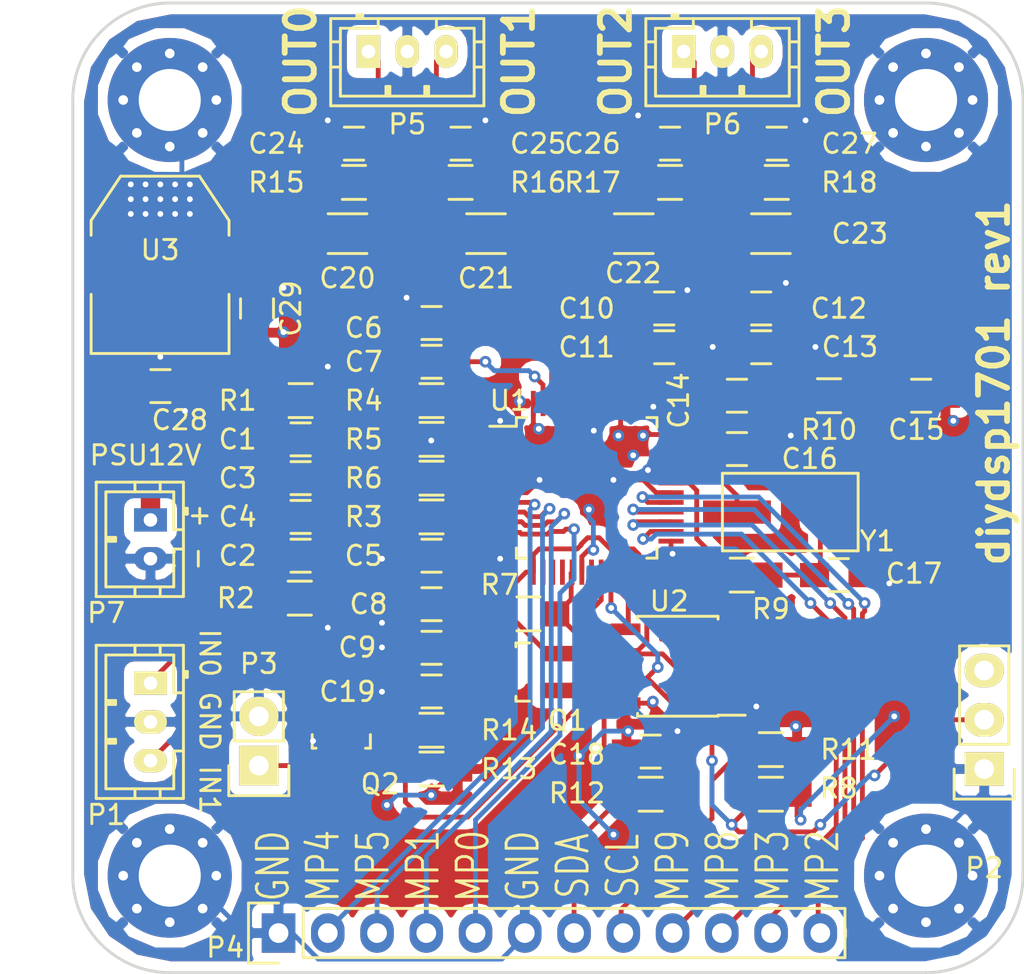
<source format=kicad_pcb>
(kicad_pcb (version 4) (host pcbnew 4.0.4-stable)
  (layers (0 F.Cu signal) (31 B.Cu signal) (34 B.Paste user) (35 F.Paste user) (36 B.SilkS user) (37 F.SilkS user) (38 B.Mask user) (39 F.Mask user) (44 Edge.Cuts user))
  (net 0 "")
  (net 1 GND)
  (net 2 "Net-(C3-Pad2)")
  (net 3 "Net-(C4-Pad2)")
  (net 4 "Net-(C14-Pad2)")
  (net 5 "Net-(C17-Pad1)")
  (net 6 DAC0)
  (net 7 DAC1)
  (net 8 DAC2)
  (net 9 "Net-(C20-Pad2)")
  (net 10 DAC3)
  (net 11 "Net-(C21-Pad2)")
  (net 12 "Net-(Q1-Pad2)")
  (net 13 SCL)
  (net 14 SDA)
  (net 15 +3V3)
  (net 16 MP4)
  (net 17 MP5)
  (net 18 MP1)
  (net 19 MP0)
  (net 20 WB)
  (net 21 WP)
  (net 22 MP9)
  (net 23 MP8)
  (net 24 MP3)
  (net 25 MP2)
  (net 26 +1V8)
  (net 27 "Net-(Q2-Pad1)")
  (net 28 "Net-(C15-Pad2)")
  (net 29 "Net-(C22-Pad2)")
  (net 30 "Net-(C23-Pad2)")
  (net 31 "Net-(P2-Pad3)")
  (net 32 /OUT2)
  (net 33 /IN0)
  (net 34 /IN1)
  (net 35 /OUT0)
  (net 36 /OUT1)
  (net 37 /OUT3)
  (net 38 /ADC0)
  (net 39 /ADC1)
  (net 40 /MCLKI)
  (net 41 /OSCO)
  (net 42 /VDRIVE)
  (net 43 /_RESET)
  (net 44 /ADC_RES)
  (net 45 /FILTA)
  (net 46 /FILTD)
  (net 47 "Net-(U1-Pad14)")
  (net 48 "Net-(U1-Pad15)")
  (net 49 "Net-(U1-Pad16)")
  (net 50 "Net-(U1-Pad19)")
  (net 51 /+12V)
  (net 52 /CM)
  (module Connectors_JST:JST_PH_B2B-PH-K_02x2.00mm_Straight (layer F.Cu) (at 48.006 39.656 270)
    (fp_text reference P7 (at 4.794 2.286 540) (layer F.SilkS))
    (fp_text value CONN_01X02 hide)
    (pad 1 thru_hole rect (at 0 0 270) (size 1.2 1.7) (drill 0.7) (layers *.Cu *.Mask) (net 51 /+12V))
    (pad 2 thru_hole oval (at 2 0 270) (size 1.2 1.7) (drill 0.7) (layers *.Cu *.Mask) (net 1 GND))
  )
  (module Housings_QFP:LQFP-48_7x7mm_Pitch0.5mm (layer F.Cu) (at 70.5 38)
    (fp_text reference U1 (at -4 -4.5) (layer F.SilkS))
    (fp_text value ADAU1701JSTZ hide)
    (pad 1 smd rect (at -4.35 -2.75) (size 1.3 0.25) (layers F.Cu F.Paste F.Mask) (net 1 GND))
    (pad 2 smd rect (at -4.35 -2.25) (size 1.3 0.25) (layers F.Cu F.Paste F.Mask) (net 38 /ADC0))
    (pad 3 smd rect (at -4.35 -1.75) (size 1.3 0.25) (layers F.Cu F.Paste F.Mask) (net 44 /ADC_RES))
    (pad 4 smd rect (at -4.35 -1.25) (size 1.3 0.25) (layers F.Cu F.Paste F.Mask) (net 39 /ADC1))
    (pad 5 smd rect (at -4.35 -0.75) (size 1.3 0.25) (layers F.Cu F.Paste F.Mask) (net 43 /_RESET))
    (pad 6 smd rect (at -4.35 -0.25) (size 1.3 0.25) (layers F.Cu F.Paste F.Mask) (net 15 +3V3))
    (pad 7 smd rect (at -4.35 0.25) (size 1.3 0.25) (layers F.Cu F.Paste F.Mask) (net 1 GND))
    (pad 8 smd rect (at -4.35 0.75) (size 1.3 0.25) (layers F.Cu F.Paste F.Mask) (net 16 MP4))
    (pad 9 smd rect (at -4.35 1.25) (size 1.3 0.25) (layers F.Cu F.Paste F.Mask) (net 17 MP5))
    (pad 10 smd rect (at -4.35 1.75) (size 1.3 0.25) (layers F.Cu F.Paste F.Mask) (net 18 MP1))
    (pad 11 smd rect (at -4.35 2.25) (size 1.3 0.25) (layers F.Cu F.Paste F.Mask) (net 19 MP0))
    (pad 12 smd rect (at -4.35 2.75) (size 1.3 0.25) (layers F.Cu F.Paste F.Mask) (net 1 GND))
    (pad 13 smd rect (at -2.75 4.35 90) (size 1.3 0.25) (layers F.Cu F.Paste F.Mask) (net 26 +1V8))
    (pad 14 smd rect (at -2.25 4.35 90) (size 1.3 0.25) (layers F.Cu F.Paste F.Mask) (net 47 "Net-(U1-Pad14)"))
    (pad 15 smd rect (at -1.75 4.35 90) (size 1.3 0.25) (layers F.Cu F.Paste F.Mask) (net 48 "Net-(U1-Pad15)"))
    (pad 16 smd rect (at -1.25 4.35 90) (size 1.3 0.25) (layers F.Cu F.Paste F.Mask) (net 49 "Net-(U1-Pad16)"))
    (pad 17 smd rect (at -0.75 4.35 90) (size 1.3 0.25) (layers F.Cu F.Paste F.Mask) (net 42 /VDRIVE))
    (pad 18 smd rect (at -0.25 4.35 90) (size 1.3 0.25) (layers F.Cu F.Paste F.Mask) (net 15 +3V3))
    (pad 19 smd rect (at 0.25 4.35 90) (size 1.3 0.25) (layers F.Cu F.Paste F.Mask) (net 50 "Net-(U1-Pad19)"))
    (pad 20 smd rect (at 0.75 4.35 90) (size 1.3 0.25) (layers F.Cu F.Paste F.Mask) (net 20 WB))
    (pad 21 smd rect (at 1.25 4.35 90) (size 1.3 0.25) (layers F.Cu F.Paste F.Mask) (net 21 WP))
    (pad 22 smd rect (at 1.75 4.35 90) (size 1.3 0.25) (layers F.Cu F.Paste F.Mask) (net 14 SDA))
    (pad 23 smd rect (at 2.25 4.35 90) (size 1.3 0.25) (layers F.Cu F.Paste F.Mask) (net 13 SCL))
    (pad 24 smd rect (at 2.75 4.35 90) (size 1.3 0.25) (layers F.Cu F.Paste F.Mask) (net 26 +1V8))
    (pad 25 smd rect (at 4.35 2.75) (size 1.3 0.25) (layers F.Cu F.Paste F.Mask) (net 1 GND))
    (pad 26 smd rect (at 4.35 2.25) (size 1.3 0.25) (layers F.Cu F.Paste F.Mask) (net 22 MP9))
    (pad 27 smd rect (at 4.35 1.75) (size 1.3 0.25) (layers F.Cu F.Paste F.Mask) (net 23 MP8))
    (pad 28 smd rect (at 4.35 1.25) (size 1.3 0.25) (layers F.Cu F.Paste F.Mask) (net 24 MP3))
    (pad 29 smd rect (at 4.35 0.75) (size 1.3 0.25) (layers F.Cu F.Paste F.Mask) (net 25 MP2))
    (pad 30 smd rect (at 4.35 0.25) (size 1.3 0.25) (layers F.Cu F.Paste F.Mask) (net 1 GND))
    (pad 31 smd rect (at 4.35 -0.25) (size 1.3 0.25) (layers F.Cu F.Paste F.Mask) (net 41 /OSCO))
    (pad 32 smd rect (at 4.35 -0.75) (size 1.3 0.25) (layers F.Cu F.Paste F.Mask) (net 40 /MCLKI))
    (pad 33 smd rect (at 4.35 -1.25) (size 1.3 0.25) (layers F.Cu F.Paste F.Mask) (net 1 GND))
    (pad 34 smd rect (at 4.35 -1.75) (size 1.3 0.25) (layers F.Cu F.Paste F.Mask) (net 15 +3V3))
    (pad 35 smd rect (at 4.35 -2.25) (size 1.3 0.25) (layers F.Cu F.Paste F.Mask) (net 4 "Net-(C14-Pad2)"))
    (pad 36 smd rect (at 4.35 -2.75) (size 1.3 0.25) (layers F.Cu F.Paste F.Mask) (net 15 +3V3))
    (pad 37 smd rect (at 2.75 -4.35 90) (size 1.3 0.25) (layers F.Cu F.Paste F.Mask) (net 1 GND))
    (pad 38 smd rect (at 2.25 -4.35 90) (size 1.3 0.25) (layers F.Cu F.Paste F.Mask) (net 1 GND))
    (pad 39 smd rect (at 1.75 -4.35 90) (size 1.3 0.25) (layers F.Cu F.Paste F.Mask) (net 15 +3V3))
    (pad 40 smd rect (at 1.25 -4.35 90) (size 1.3 0.25) (layers F.Cu F.Paste F.Mask) (net 52 /CM))
    (pad 41 smd rect (at 0.75 -4.35 90) (size 1.3 0.25) (layers F.Cu F.Paste F.Mask) (net 46 /FILTD))
    (pad 42 smd rect (at 0.25 -4.35 90) (size 1.3 0.25) (layers F.Cu F.Paste F.Mask) (net 1 GND))
    (pad 43 smd rect (at -0.25 -4.35 90) (size 1.3 0.25) (layers F.Cu F.Paste F.Mask) (net 10 DAC3))
    (pad 44 smd rect (at -0.75 -4.35 90) (size 1.3 0.25) (layers F.Cu F.Paste F.Mask) (net 8 DAC2))
    (pad 45 smd rect (at -1.25 -4.35 90) (size 1.3 0.25) (layers F.Cu F.Paste F.Mask) (net 7 DAC1))
    (pad 46 smd rect (at -1.75 -4.35 90) (size 1.3 0.25) (layers F.Cu F.Paste F.Mask) (net 6 DAC0))
    (pad 47 smd rect (at -2.25 -4.35 90) (size 1.3 0.25) (layers F.Cu F.Paste F.Mask) (net 45 /FILTA))
    (pad 48 smd rect (at -2.75 -4.35 90) (size 1.3 0.25) (layers F.Cu F.Paste F.Mask) (net 15 +3V3))
  )
  (module Capacitors_SMD:C_0805_HandSoldering (layer F.Cu) (at 55.75 35.5)
    (fp_text reference C1 (at -3.25 0) (layer F.SilkS))
    (fp_text value 100p)
    (pad 1 smd rect (at -1.25 0) (size 1.5 1.25) (layers F.Cu F.Paste F.Mask) (net 33 /IN0))
    (pad 2 smd rect (at 1.25 0) (size 1.5 1.25) (layers F.Cu F.Paste F.Mask) (net 1 GND))
  )
  (module Capacitors_SMD:C_0805_HandSoldering (layer F.Cu) (at 55.75 41.5)
    (fp_text reference C2 (at -3.25 0) (layer F.SilkS))
    (fp_text value 100p)
    (pad 1 smd rect (at -1.25 0) (size 1.5 1.25) (layers F.Cu F.Paste F.Mask) (net 34 /IN1))
    (pad 2 smd rect (at 1.25 0) (size 1.5 1.25) (layers F.Cu F.Paste F.Mask) (net 1 GND))
  )
  (module Capacitors_SMD:C_0805_HandSoldering (layer F.Cu) (at 55.75 37.5)
    (fp_text reference C3 (at -3.25 0) (layer F.SilkS))
    (fp_text value 10u)
    (pad 1 smd rect (at -1.25 0) (size 1.5 1.25) (layers F.Cu F.Paste F.Mask) (net 33 /IN0))
    (pad 2 smd rect (at 1.25 0) (size 1.5 1.25) (layers F.Cu F.Paste F.Mask) (net 2 "Net-(C3-Pad2)"))
  )
  (module Capacitors_SMD:C_0805_HandSoldering (layer F.Cu) (at 55.75 39.5)
    (fp_text reference C4 (at -3.25 0) (layer F.SilkS))
    (fp_text value 10u)
    (pad 1 smd rect (at -1.25 0) (size 1.5 1.25) (layers F.Cu F.Paste F.Mask) (net 34 /IN1))
    (pad 2 smd rect (at 1.25 0) (size 1.5 1.25) (layers F.Cu F.Paste F.Mask) (net 3 "Net-(C4-Pad2)"))
  )
  (module Capacitors_SMD:C_0805_HandSoldering (layer F.Cu) (at 62.5 41.5 180)
    (fp_text reference C5 (at 3.5 0 180) (layer F.SilkS))
    (fp_text value 100n)
    (pad 1 smd rect (at -1.25 0 180) (size 1.5 1.25) (layers F.Cu F.Paste F.Mask) (net 43 /_RESET))
    (pad 2 smd rect (at 1.25 0 180) (size 1.5 1.25) (layers F.Cu F.Paste F.Mask) (net 1 GND))
  )
  (module Capacitors_SMD:C_0805_HandSoldering (layer F.Cu) (at 62.5 29.5 180)
    (fp_text reference C6 (at 3.5 -0.25 180) (layer F.SilkS))
    (fp_text value 100n)
    (pad 1 smd rect (at -1.25 0 180) (size 1.5 1.25) (layers F.Cu F.Paste F.Mask) (net 45 /FILTA))
    (pad 2 smd rect (at 1.25 0 180) (size 1.5 1.25) (layers F.Cu F.Paste F.Mask) (net 1 GND))
  )
  (module Capacitors_SMD:C_0805_HandSoldering (layer F.Cu) (at 62.5 31.5 180)
    (fp_text reference C7 (at 3.5 0 180) (layer F.SilkS))
    (fp_text value 10u)
    (pad 1 smd rect (at -1.25 0 180) (size 1.5 1.25) (layers F.Cu F.Paste F.Mask) (net 45 /FILTA))
    (pad 2 smd rect (at 1.25 0 180) (size 1.5 1.25) (layers F.Cu F.Paste F.Mask) (net 1 GND))
  )
  (module Capacitors_SMD:C_0805_HandSoldering (layer F.Cu) (at 62.5 44 180)
    (fp_text reference C8 (at 3.25 0 180) (layer F.SilkS))
    (fp_text value 10u)
    (pad 1 smd rect (at -1.25 0 180) (size 1.5 1.25) (layers F.Cu F.Paste F.Mask) (net 26 +1V8))
    (pad 2 smd rect (at 1.25 0 180) (size 1.5 1.25) (layers F.Cu F.Paste F.Mask) (net 1 GND))
  )
  (module Capacitors_SMD:C_0805_HandSoldering (layer F.Cu) (at 62.5 46.25 180)
    (fp_text reference C9 (at 3.826 0.022 180) (layer F.SilkS))
    (fp_text value 100n)
    (pad 1 smd rect (at -1.25 0 180) (size 1.5 1.25) (layers F.Cu F.Paste F.Mask) (net 26 +1V8))
    (pad 2 smd rect (at 1.25 0 180) (size 1.5 1.25) (layers F.Cu F.Paste F.Mask) (net 1 GND))
  )
  (module Capacitors_SMD:C_0805_HandSoldering (layer F.Cu) (at 74.5 28.75)
    (fp_text reference C10 (at -4 0) (layer F.SilkS))
    (fp_text value 100n)
    (pad 1 smd rect (at -1.25 0) (size 1.5 1.25) (layers F.Cu F.Paste F.Mask) (net 46 /FILTD))
    (pad 2 smd rect (at 1.25 0) (size 1.5 1.25) (layers F.Cu F.Paste F.Mask) (net 1 GND))
  )
  (module Capacitors_SMD:C_0805_HandSoldering (layer F.Cu) (at 74.5 30.75 180)
    (fp_text reference C11 (at 4 0 180) (layer F.SilkS))
    (fp_text value 100n)
    (pad 1 smd rect (at -1.25 0 180) (size 1.5 1.25) (layers F.Cu F.Paste F.Mask) (net 1 GND))
    (pad 2 smd rect (at 1.25 0 180) (size 1.5 1.25) (layers F.Cu F.Paste F.Mask) (net 52 /CM))
  )
  (module Capacitors_SMD:C_0805_HandSoldering (layer F.Cu) (at 79.5 28.75)
    (fp_text reference C12 (at 4 0) (layer F.SilkS))
    (fp_text value 10u)
    (pad 1 smd rect (at -1.25 0) (size 1.5 1.25) (layers F.Cu F.Paste F.Mask) (net 46 /FILTD))
    (pad 2 smd rect (at 1.25 0) (size 1.5 1.25) (layers F.Cu F.Paste F.Mask) (net 1 GND))
  )
  (module Capacitors_SMD:C_0805_HandSoldering (layer F.Cu) (at 79.5 30.75 180)
    (fp_text reference C13 (at -4.574 0.016 180) (layer F.SilkS))
    (fp_text value 10u)
    (pad 1 smd rect (at -1.25 0 180) (size 1.5 1.25) (layers F.Cu F.Paste F.Mask) (net 1 GND))
    (pad 2 smd rect (at 1.25 0 180) (size 1.5 1.25) (layers F.Cu F.Paste F.Mask) (net 52 /CM))
  )
  (module Capacitors_SMD:C_0805_HandSoldering (layer F.Cu) (at 78.25 33.25)
    (fp_text reference C14 (at -3 0.25 270) (layer F.SilkS))
    (fp_text value 3n3)
    (pad 1 smd rect (at -1.25 0) (size 1.5 1.25) (layers F.Cu F.Paste F.Mask) (net 15 +3V3))
    (pad 2 smd rect (at 1.25 0) (size 1.5 1.25) (layers F.Cu F.Paste F.Mask) (net 4 "Net-(C14-Pad2)"))
  )
  (module Capacitors_SMD:C_0805_HandSoldering (layer F.Cu) (at 87.75 33.25 180)
    (fp_text reference C15 (at 0.25 -1.75 180) (layer F.SilkS))
    (fp_text value 56n)
    (pad 1 smd rect (at -1.25 0 180) (size 1.5 1.25) (layers F.Cu F.Paste F.Mask) (net 15 +3V3))
    (pad 2 smd rect (at 1.25 0 180) (size 1.5 1.25) (layers F.Cu F.Paste F.Mask) (net 28 "Net-(C15-Pad2)"))
  )
  (module Capacitors_SMD:C_0805_HandSoldering (layer F.Cu) (at 78.25 36)
    (fp_text reference C16 (at 3.75 0.5) (layer F.SilkS))
    (fp_text value 22p)
    (pad 1 smd rect (at -1.25 0) (size 1.5 1.25) (layers F.Cu F.Paste F.Mask) (net 40 /MCLKI))
    (pad 2 smd rect (at 1.25 0) (size 1.5 1.25) (layers F.Cu F.Paste F.Mask) (net 1 GND))
  )
  (module Capacitors_SMD:C_0805_HandSoldering (layer F.Cu) (at 83.5 42.5)
    (fp_text reference C17 (at 3.876 -0.082) (layer F.SilkS))
    (fp_text value 22p)
    (pad 1 smd rect (at -1.25 0) (size 1.5 1.25) (layers F.Cu F.Paste F.Mask) (net 5 "Net-(C17-Pad1)"))
    (pad 2 smd rect (at 1.25 0) (size 1.5 1.25) (layers F.Cu F.Paste F.Mask) (net 1 GND))
  )
  (module Capacitors_SMD:C_0805_HandSoldering (layer F.Cu) (at 73.8 51.6)
    (fp_text reference C18 (at -3.8 0.15) (layer F.SilkS))
    (fp_text value 100n)
    (pad 1 smd rect (at -1.25 0) (size 1.5 1.25) (layers F.Cu F.Paste F.Mask) (net 15 +3V3))
    (pad 2 smd rect (at 1.25 0) (size 1.5 1.25) (layers F.Cu F.Paste F.Mask) (net 1 GND))
  )
  (module Capacitors_SMD:C_0805_HandSoldering (layer F.Cu) (at 62.5 48.5 180)
    (fp_text reference C19 (at 4.334 -0.014 180) (layer F.SilkS))
    (fp_text value 100n)
    (pad 1 smd rect (at -1.25 0 180) (size 1.5 1.25) (layers F.Cu F.Paste F.Mask) (net 26 +1V8))
    (pad 2 smd rect (at 1.25 0 180) (size 1.5 1.25) (layers F.Cu F.Paste F.Mask) (net 1 GND))
  )
  (module Capacitors_SMD:C_0805_HandSoldering (layer F.Cu) (at 58.5 20.25 180)
    (fp_text reference C24 (at 4 0 180) (layer F.SilkS))
    (fp_text value 5n6)
    (pad 1 smd rect (at -1.25 0 180) (size 1.5 1.25) (layers F.Cu F.Paste F.Mask) (net 35 /OUT0))
    (pad 2 smd rect (at 1.25 0 180) (size 1.5 1.25) (layers F.Cu F.Paste F.Mask) (net 1 GND))
  )
  (module Capacitors_SMD:C_0805_HandSoldering (layer F.Cu) (at 64 20.25)
    (fp_text reference C25 (at 4 0) (layer F.SilkS))
    (fp_text value 5n6)
    (pad 1 smd rect (at -1.25 0) (size 1.5 1.25) (layers F.Cu F.Paste F.Mask) (net 36 /OUT1))
    (pad 2 smd rect (at 1.25 0) (size 1.5 1.25) (layers F.Cu F.Paste F.Mask) (net 1 GND))
  )
  (module Connectors_JST:JST_PH_B3B-PH-K_03x2.00mm_Straight (layer F.Cu) (at 48.006 48.07 270)
    (fp_text reference P1 (at 6.794 2.286 360) (layer F.SilkS))
    (fp_text value CONN_01X03 hide)
    (pad 1 thru_hole rect (at 0 0 270) (size 1.2 1.7) (drill 0.7) (layers *.Cu *.Mask F.SilkS) (net 33 /IN0))
    (pad 2 thru_hole oval (at 2 0 270) (size 1.2 1.7) (drill 0.7) (layers *.Cu *.Mask F.SilkS) (net 1 GND))
    (pad 3 thru_hole oval (at 4 0 270) (size 1.2 1.7) (drill 0.7) (layers *.Cu *.Mask F.SilkS) (net 34 /IN1))
  )
  (module Resistors_SMD:R_0805_HandSoldering (layer F.Cu) (at 55.75 33.5 180)
    (fp_text reference R1 (at 3.25 0 180) (layer F.SilkS))
    (fp_text value 47k)
    (pad 1 smd rect (at -1.35 0 180) (size 1.5 1.3) (layers F.Cu F.Paste F.Mask) (net 1 GND))
    (pad 2 smd rect (at 1.35 0 180) (size 1.5 1.3) (layers F.Cu F.Paste F.Mask) (net 33 /IN0))
  )
  (module Resistors_SMD:R_0805_HandSoldering (layer F.Cu) (at 62.5 39.5 180)
    (fp_text reference R3 (at 3.5 0 180) (layer F.SilkS))
    (fp_text value 18k0)
    (pad 1 smd rect (at -1.35 0 180) (size 1.5 1.3) (layers F.Cu F.Paste F.Mask) (net 43 /_RESET))
    (pad 2 smd rect (at 1.35 0 180) (size 1.5 1.3) (layers F.Cu F.Paste F.Mask) (net 15 +3V3))
  )
  (module Resistors_SMD:R_0805_HandSoldering (layer F.Cu) (at 62.5 33.5 180)
    (fp_text reference R4 (at 3.5 0 180) (layer F.SilkS))
    (fp_text value 18k0)
    (pad 1 smd rect (at -1.35 0 180) (size 1.5 1.3) (layers F.Cu F.Paste F.Mask) (net 38 /ADC0))
    (pad 2 smd rect (at 1.35 0 180) (size 1.5 1.3) (layers F.Cu F.Paste F.Mask) (net 2 "Net-(C3-Pad2)"))
  )
  (module Resistors_SMD:R_0805_HandSoldering (layer F.Cu) (at 62.5 35.5 180)
    (fp_text reference R5 (at 3.5 0 180) (layer F.SilkS))
    (fp_text value 18k0)
    (pad 1 smd rect (at -1.35 0 180) (size 1.5 1.3) (layers F.Cu F.Paste F.Mask) (net 44 /ADC_RES))
    (pad 2 smd rect (at 1.35 0 180) (size 1.5 1.3) (layers F.Cu F.Paste F.Mask) (net 1 GND))
  )
  (module Resistors_SMD:R_0805_HandSoldering (layer F.Cu) (at 62.5 37.5 180)
    (fp_text reference R6 (at 3.5 0 180) (layer F.SilkS))
    (fp_text value 18k0)
    (pad 1 smd rect (at -1.35 0 180) (size 1.5 1.3) (layers F.Cu F.Paste F.Mask) (net 39 /ADC1))
    (pad 2 smd rect (at 1.35 0 180) (size 1.5 1.3) (layers F.Cu F.Paste F.Mask) (net 3 "Net-(C4-Pad2)"))
  )
  (module Resistors_SMD:R_0805_HandSoldering (layer F.Cu) (at 67.5 44.5)
    (fp_text reference R7 (at -1.5 -1.5) (layer F.SilkS))
    (fp_text value 1k)
    (pad 1 smd rect (at -1.35 0) (size 1.5 1.3) (layers F.Cu F.Paste F.Mask) (net 12 "Net-(Q1-Pad2)"))
    (pad 2 smd rect (at 1.35 0) (size 1.5 1.3) (layers F.Cu F.Paste F.Mask) (net 42 /VDRIVE))
  )
  (module Resistors_SMD:R_0805_HandSoldering (layer F.Cu) (at 80 53.8)
    (fp_text reference R8 (at 3.5 -0.3) (layer F.SilkS))
    (fp_text value 10k)
    (pad 1 smd rect (at -1.35 0) (size 1.5 1.3) (layers F.Cu F.Paste F.Mask) (net 21 WP))
    (pad 2 smd rect (at 1.35 0) (size 1.5 1.3) (layers F.Cu F.Paste F.Mask) (net 15 +3V3))
  )
  (module Resistors_SMD:R_0805_HandSoldering (layer F.Cu) (at 78.5 42.5 180)
    (fp_text reference R9 (at -1.5 -1.75 180) (layer F.SilkS))
    (fp_text value 100R)
    (pad 1 smd rect (at -1.35 0 180) (size 1.5 1.3) (layers F.Cu F.Paste F.Mask) (net 5 "Net-(C17-Pad1)"))
    (pad 2 smd rect (at 1.35 0 180) (size 1.5 1.3) (layers F.Cu F.Paste F.Mask) (net 41 /OSCO))
  )
  (module Resistors_SMD:R_0805_HandSoldering (layer F.Cu) (at 83 33.25 180)
    (fp_text reference R10 (at 0 -1.75 180) (layer F.SilkS))
    (fp_text value 470R)
    (pad 1 smd rect (at -1.35 0 180) (size 1.5 1.3) (layers F.Cu F.Paste F.Mask) (net 28 "Net-(C15-Pad2)"))
    (pad 2 smd rect (at 1.35 0 180) (size 1.5 1.3) (layers F.Cu F.Paste F.Mask) (net 4 "Net-(C14-Pad2)"))
  )
  (module Resistors_SMD:R_0805_HandSoldering (layer F.Cu) (at 80 51.5)
    (fp_text reference R11 (at 4 0) (layer F.SilkS))
    (fp_text value 10k)
    (pad 1 smd rect (at -1.35 0) (size 1.5 1.3) (layers F.Cu F.Paste F.Mask) (net 13 SCL))
    (pad 2 smd rect (at 1.35 0) (size 1.5 1.3) (layers F.Cu F.Paste F.Mask) (net 15 +3V3))
  )
  (module Resistors_SMD:R_0805_HandSoldering (layer F.Cu) (at 73.8 53.8)
    (fp_text reference R12 (at -3.8 -0.05) (layer F.SilkS))
    (fp_text value 10k)
    (pad 1 smd rect (at -1.35 0) (size 1.5 1.3) (layers F.Cu F.Paste F.Mask) (net 14 SDA))
    (pad 2 smd rect (at 1.35 0) (size 1.5 1.3) (layers F.Cu F.Paste F.Mask) (net 15 +3V3))
  )
  (module Resistors_SMD:R_0805_HandSoldering (layer F.Cu) (at 62.5 52.5)
    (fp_text reference R13 (at 4 0) (layer F.SilkS))
    (fp_text value 10k)
    (pad 1 smd rect (at -1.35 0) (size 1.5 1.3) (layers F.Cu F.Paste F.Mask) (net 20 WB))
    (pad 2 smd rect (at 1.35 0) (size 1.5 1.3) (layers F.Cu F.Paste F.Mask) (net 15 +3V3))
  )
  (module Resistors_SMD:R_0805_HandSoldering (layer F.Cu) (at 62.5 50.5)
    (fp_text reference R14 (at 4 0) (layer F.SilkS))
    (fp_text value 10k)
    (pad 1 smd rect (at -1.35 0) (size 1.5 1.3) (layers F.Cu F.Paste F.Mask) (net 27 "Net-(Q2-Pad1)"))
    (pad 2 smd rect (at 1.35 0) (size 1.5 1.3) (layers F.Cu F.Paste F.Mask) (net 26 +1V8))
  )
  (module Housings_SOIC:SOIC-8_3.9x4.9mm_Pitch1.27mm (layer F.Cu) (at 75.2 47.2 180)
    (fp_text reference U2 (at 0.45 3.35 180) (layer F.SilkS))
    (fp_text value 24AA256)
    (pad 1 smd rect (at -2.7 -1.905 180) (size 1.55 0.6) (layers F.Cu F.Paste F.Mask) (net 1 GND))
    (pad 2 smd rect (at -2.7 -0.635 180) (size 1.55 0.6) (layers F.Cu F.Paste F.Mask) (net 1 GND))
    (pad 3 smd rect (at -2.7 0.635 180) (size 1.55 0.6) (layers F.Cu F.Paste F.Mask) (net 1 GND))
    (pad 4 smd rect (at -2.7 1.905 180) (size 1.55 0.6) (layers F.Cu F.Paste F.Mask) (net 1 GND))
    (pad 5 smd rect (at 2.7 1.905 180) (size 1.55 0.6) (layers F.Cu F.Paste F.Mask) (net 14 SDA))
    (pad 6 smd rect (at 2.7 0.635 180) (size 1.55 0.6) (layers F.Cu F.Paste F.Mask) (net 13 SCL))
    (pad 7 smd rect (at 2.7 -0.635 180) (size 1.55 0.6) (layers F.Cu F.Paste F.Mask) (net 21 WP))
    (pad 8 smd rect (at 2.7 -1.905 180) (size 1.55 0.6) (layers F.Cu F.Paste F.Mask) (net 15 +3V3))
  )
  (module Resistors_SMD:R_0805_HandSoldering (layer F.Cu) (at 58.5 22.25 180)
    (fp_text reference R15 (at 4 0 180) (layer F.SilkS))
    (fp_text value 560R)
    (pad 1 smd rect (at -1.35 0 180) (size 1.5 1.3) (layers F.Cu F.Paste F.Mask) (net 35 /OUT0))
    (pad 2 smd rect (at 1.35 0 180) (size 1.5 1.3) (layers F.Cu F.Paste F.Mask) (net 9 "Net-(C20-Pad2)"))
  )
  (module Capacitors_SMD:C_0805_HandSoldering (layer F.Cu) (at 74.8 20.25 180)
    (fp_text reference C26 (at 4 0 180) (layer F.SilkS))
    (fp_text value 5n6)
    (pad 1 smd rect (at -1.25 0 180) (size 1.5 1.25) (layers F.Cu F.Paste F.Mask) (net 32 /OUT2))
    (pad 2 smd rect (at 1.25 0 180) (size 1.5 1.25) (layers F.Cu F.Paste F.Mask) (net 1 GND))
  )
  (module Capacitors_SMD:C_0805_HandSoldering (layer F.Cu) (at 80.3 20.25)
    (fp_text reference C27 (at 3.75 0) (layer F.SilkS))
    (fp_text value 5n6)
    (pad 1 smd rect (at -1.25 0) (size 1.5 1.25) (layers F.Cu F.Paste F.Mask) (net 37 /OUT3))
    (pad 2 smd rect (at 1.25 0) (size 1.5 1.25) (layers F.Cu F.Paste F.Mask) (net 1 GND))
  )
  (module TO_SOT_Packages_SMD:SOT-23_Handsoldering (layer F.Cu) (at 57.846 50.77714 180)
    (fp_text reference Q2 (at -2 -2.5 180) (layer F.SilkS))
    (fp_text value MMBT2222A-TP)
    (pad 1 smd rect (at -0.95 1.50114 180) (size 0.8001 1.80086) (layers F.Cu F.Paste F.Mask) (net 27 "Net-(Q2-Pad1)"))
    (pad 2 smd rect (at 0.95 1.50114 180) (size 0.8001 1.80086) (layers F.Cu F.Paste F.Mask) (net 1 GND))
    (pad 3 smd rect (at 0 -1.50114 180) (size 0.8001 1.80086) (layers F.Cu F.Paste F.Mask) (net 20 WB))
  )
  (module Resistors_SMD:R_0805_HandSoldering (layer F.Cu) (at 64 22.25)
    (fp_text reference R16 (at 4 0) (layer F.SilkS))
    (fp_text value 560R)
    (pad 1 smd rect (at -1.35 0) (size 1.5 1.3) (layers F.Cu F.Paste F.Mask) (net 36 /OUT1))
    (pad 2 smd rect (at 1.35 0) (size 1.5 1.3) (layers F.Cu F.Paste F.Mask) (net 11 "Net-(C21-Pad2)"))
  )
  (module Resistors_SMD:R_0805_HandSoldering (layer F.Cu) (at 74.8 22.25 180)
    (fp_text reference R17 (at 4 0 180) (layer F.SilkS))
    (fp_text value 560R)
    (pad 1 smd rect (at -1.35 0 180) (size 1.5 1.3) (layers F.Cu F.Paste F.Mask) (net 32 /OUT2))
    (pad 2 smd rect (at 1.35 0 180) (size 1.5 1.3) (layers F.Cu F.Paste F.Mask) (net 29 "Net-(C22-Pad2)"))
  )
  (module Resistors_SMD:R_0805_HandSoldering (layer F.Cu) (at 80.3 22.25)
    (fp_text reference R18 (at 3.75 0) (layer F.SilkS))
    (fp_text value 560R)
    (pad 1 smd rect (at -1.35 0) (size 1.5 1.3) (layers F.Cu F.Paste F.Mask) (net 37 /OUT3))
    (pad 2 smd rect (at 1.35 0) (size 1.5 1.3) (layers F.Cu F.Paste F.Mask) (net 30 "Net-(C23-Pad2)"))
  )
  (module TO_SOT_Packages_SMD:SOT-23_Handsoldering (layer F.Cu) (at 67.5 47.5 90)
    (fp_text reference Q1 (at -2.5 2 180) (layer F.SilkS))
    (fp_text value ZXTP25040DFH)
    (pad 1 smd rect (at -0.95 1.50114 90) (size 0.8001 1.80086) (layers F.Cu F.Paste F.Mask) (net 42 /VDRIVE))
    (pad 2 smd rect (at 0.95 1.50114 90) (size 0.8001 1.80086) (layers F.Cu F.Paste F.Mask) (net 12 "Net-(Q1-Pad2)"))
    (pad 3 smd rect (at 0 -1.50114 90) (size 0.8001 1.80086) (layers F.Cu F.Paste F.Mask) (net 26 +1V8))
  )
  (module Pin_Headers:Pin_Header_Straight_1x03 (layer F.Cu) (at 91 52.5 180)
    (fp_text reference P2 (at 0 -5.1 180) (layer F.SilkS))
    (fp_text value CONN_01X03 hide)
    (pad 1 thru_hole rect (at 0 0 180) (size 2.032 1.7272) (drill 1.016) (layers *.Cu *.Mask F.SilkS) (net 1 GND))
    (pad 2 thru_hole oval (at 0 2.54 180) (size 2.032 1.7272) (drill 1.016) (layers *.Cu *.Mask F.SilkS) (net 21 WP))
    (pad 3 thru_hole oval (at 0 5.08 180) (size 2.032 1.7272) (drill 1.016) (layers *.Cu *.Mask F.SilkS) (net 31 "Net-(P2-Pad3)"))
  )
  (module Pin_Headers:Pin_Header_Straight_1x02 (layer F.Cu) (at 53.594 52.324 180)
    (fp_text reference P3 (at 0 5.25 180) (layer F.SilkS))
    (fp_text value CONN_01X02 hide)
    (pad 1 thru_hole rect (at 0 0 180) (size 2.032 2.032) (drill 1.016) (layers *.Cu *.Mask F.SilkS) (net 20 WB))
    (pad 2 thru_hole oval (at 0 2.54 180) (size 2.032 2.032) (drill 1.016) (layers *.Cu *.Mask F.SilkS) (net 1 GND))
  )
  (module Connectors_JST:JST_PH_B3B-PH-K_03x2.00mm_Straight (layer F.Cu) (at 59.25 15.5)
    (fp_text reference P5 (at 2 3.75) (layer F.SilkS))
    (fp_text value CONN_01X03 hide)
    (pad 1 thru_hole rect (at 0 0) (size 1.2 1.7) (drill 0.7) (layers *.Cu *.Mask F.SilkS) (net 35 /OUT0))
    (pad 2 thru_hole oval (at 2 0) (size 1.2 1.7) (drill 0.7) (layers *.Cu *.Mask F.SilkS) (net 1 GND))
    (pad 3 thru_hole oval (at 4 0) (size 1.2 1.7) (drill 0.7) (layers *.Cu *.Mask F.SilkS) (net 36 /OUT1))
  )
  (module Connectors_JST:JST_PH_B3B-PH-K_03x2.00mm_Straight (layer F.Cu) (at 75.5 15.5)
    (fp_text reference P6 (at 2 3.75) (layer F.SilkS))
    (fp_text value CONN_01X03 hide)
    (pad 1 thru_hole rect (at 0 0) (size 1.2 1.7) (drill 0.7) (layers *.Cu *.Mask F.SilkS) (net 32 /OUT2))
    (pad 2 thru_hole oval (at 2 0) (size 1.2 1.7) (drill 0.7) (layers *.Cu *.Mask F.SilkS) (net 1 GND))
    (pad 3 thru_hole oval (at 4 0) (size 1.2 1.7) (drill 0.7) (layers *.Cu *.Mask F.SilkS) (net 37 /OUT3))
  )
  (module adau1701pcblib:ABLS7M2 (layer F.Cu) (at 81 39.25 180)
    (fp_text reference Y1 (at -4.5 -1.5 180) (layer F.SilkS))
    (fp_text value 12.288MHz)
    (pad 2 smd rect (at 2.75 0 180) (size 3.5 1.2) (layers F.Cu F.Paste F.Mask) (net 40 /MCLKI))
    (pad 1 smd rect (at -1 0 180) (size 3.5 1.2) (drill (offset -1.75 0)) (layers F.Cu F.Paste F.Mask) (net 5 "Net-(C17-Pad1)"))
  )
  (module Capacitors_SMD:C_0805_HandSoldering (layer F.Cu) (at 48.52 32.754)
    (fp_text reference C28 (at 1 1.75) (layer F.SilkS))
    (fp_text value 330n)
    (pad 1 smd rect (at -1.25 0) (size 1.5 1.25) (layers F.Cu F.Paste F.Mask) (net 51 /+12V))
    (pad 2 smd rect (at 1.25 0) (size 1.5 1.25) (layers F.Cu F.Paste F.Mask) (net 1 GND))
  )
  (module Capacitors_SMD:C_0805_HandSoldering (layer F.Cu) (at 53.5 28.75 90)
    (fp_text reference C29 (at 0 1.75 90) (layer F.SilkS))
    (fp_text value 100n)
    (pad 1 smd rect (at -1.25 0 90) (size 1.5 1.25) (layers F.Cu F.Paste F.Mask) (net 15 +3V3))
    (pad 2 smd rect (at 1.25 0 90) (size 1.5 1.25) (layers F.Cu F.Paste F.Mask) (net 1 GND))
  )
  (module TO_SOT_Packages_SMD:SOT-223 (layer F.Cu) (at 48.5 26.5)
    (fp_text reference U3 (at 0 -0.762 180) (layer F.SilkS))
    (fp_text value UA78M33CDCYR)
    (pad 4 smd rect (at 0 -3.302) (size 3.6576 2.032) (layers F.Cu F.Paste F.Mask) (net 1 GND))
    (pad 2 smd rect (at 0 3.302) (size 1.016 2.032) (layers F.Cu F.Paste F.Mask) (net 1 GND))
    (pad 3 smd rect (at 2.286 3.302) (size 1.016 2.032) (layers F.Cu F.Paste F.Mask) (net 15 +3V3))
    (pad 1 smd rect (at -2.286 3.302) (size 1.016 2.032) (layers F.Cu F.Paste F.Mask) (net 51 /+12V))
  )
  (module Mounting_Holes:MountingHole_3.2mm_M3_Pad_Via (layer F.Cu) (at 88 58)
    (fp_text reference REF** hide)
    (fp_text value MountingHole_3.2mm_M3_Pad_Via hide)
    (pad 1 thru_hole circle (at 0 0) (size 6.4 6.4) (drill 3.2) (layers *.Cu *.Mask) (net 1 GND))
    (pad "" thru_hole circle (at 2.4 0) (size 0.6 0.6) (drill 0.5) (layers *.Cu *.Mask))
    (pad "" thru_hole circle (at 1.697056 1.697056) (size 0.6 0.6) (drill 0.5) (layers *.Cu *.Mask))
    (pad "" thru_hole circle (at 0 2.4) (size 0.6 0.6) (drill 0.5) (layers *.Cu *.Mask))
    (pad "" thru_hole circle (at -1.697056 1.697056) (size 0.6 0.6) (drill 0.5) (layers *.Cu *.Mask))
    (pad "" thru_hole circle (at -2.4 0) (size 0.6 0.6) (drill 0.5) (layers *.Cu *.Mask))
    (pad "" thru_hole circle (at -1.697056 -1.697056) (size 0.6 0.6) (drill 0.5) (layers *.Cu *.Mask))
    (pad "" thru_hole circle (at 0 -2.4) (size 0.6 0.6) (drill 0.5) (layers *.Cu *.Mask))
    (pad "" thru_hole circle (at 1.697056 -1.697056) (size 0.6 0.6) (drill 0.5) (layers *.Cu *.Mask))
  )
  (module Mounting_Holes:MountingHole_3.2mm_M3_Pad_Via (layer F.Cu) (at 49 58)
    (fp_text reference REF** hide)
    (fp_text value MountingHole_3.2mm_M3_Pad_Via hide)
    (pad 1 thru_hole circle (at 0 0) (size 6.4 6.4) (drill 3.2) (layers *.Cu *.Mask) (net 1 GND))
    (pad "" thru_hole circle (at 2.4 0) (size 0.6 0.6) (drill 0.5) (layers *.Cu *.Mask))
    (pad "" thru_hole circle (at 1.697056 1.697056) (size 0.6 0.6) (drill 0.5) (layers *.Cu *.Mask))
    (pad "" thru_hole circle (at 0 2.4) (size 0.6 0.6) (drill 0.5) (layers *.Cu *.Mask))
    (pad "" thru_hole circle (at -1.697056 1.697056) (size 0.6 0.6) (drill 0.5) (layers *.Cu *.Mask))
    (pad "" thru_hole circle (at -2.4 0) (size 0.6 0.6) (drill 0.5) (layers *.Cu *.Mask))
    (pad "" thru_hole circle (at -1.697056 -1.697056) (size 0.6 0.6) (drill 0.5) (layers *.Cu *.Mask))
    (pad "" thru_hole circle (at 0 -2.4) (size 0.6 0.6) (drill 0.5) (layers *.Cu *.Mask))
    (pad "" thru_hole circle (at 1.697056 -1.697056) (size 0.6 0.6) (drill 0.5) (layers *.Cu *.Mask))
  )
  (module Mounting_Holes:MountingHole_3.2mm_M3_Pad_Via (layer F.Cu) (at 88 18)
    (fp_text reference REF** hide)
    (fp_text value MountingHole_3.2mm_M3_Pad_Via hide)
    (pad 1 thru_hole circle (at 0 0) (size 6.4 6.4) (drill 3.2) (layers *.Cu *.Mask) (net 1 GND))
    (pad "" thru_hole circle (at 2.4 0) (size 0.6 0.6) (drill 0.5) (layers *.Cu *.Mask))
    (pad "" thru_hole circle (at 1.697056 1.697056) (size 0.6 0.6) (drill 0.5) (layers *.Cu *.Mask))
    (pad "" thru_hole circle (at 0 2.4) (size 0.6 0.6) (drill 0.5) (layers *.Cu *.Mask))
    (pad "" thru_hole circle (at -1.697056 1.697056) (size 0.6 0.6) (drill 0.5) (layers *.Cu *.Mask))
    (pad "" thru_hole circle (at -2.4 0) (size 0.6 0.6) (drill 0.5) (layers *.Cu *.Mask))
    (pad "" thru_hole circle (at -1.697056 -1.697056) (size 0.6 0.6) (drill 0.5) (layers *.Cu *.Mask))
    (pad "" thru_hole circle (at 0 -2.4) (size 0.6 0.6) (drill 0.5) (layers *.Cu *.Mask))
    (pad "" thru_hole circle (at 1.697056 -1.697056) (size 0.6 0.6) (drill 0.5) (layers *.Cu *.Mask))
  )
  (module Mounting_Holes:MountingHole_3.2mm_M3_Pad_Via (layer F.Cu) (at 49 18)
    (fp_text reference REF** hide)
    (fp_text value MountingHole_3.2mm_M3_Pad_Via hide)
    (pad 1 thru_hole circle (at 0 0) (size 6.4 6.4) (drill 3.2) (layers *.Cu *.Mask) (net 1 GND))
    (pad "" thru_hole circle (at 2.4 0) (size 0.6 0.6) (drill 0.5) (layers *.Cu *.Mask))
    (pad "" thru_hole circle (at 1.697056 1.697056) (size 0.6 0.6) (drill 0.5) (layers *.Cu *.Mask))
    (pad "" thru_hole circle (at 0 2.4) (size 0.6 0.6) (drill 0.5) (layers *.Cu *.Mask))
    (pad "" thru_hole circle (at -1.697056 1.697056) (size 0.6 0.6) (drill 0.5) (layers *.Cu *.Mask))
    (pad "" thru_hole circle (at -2.4 0) (size 0.6 0.6) (drill 0.5) (layers *.Cu *.Mask))
    (pad "" thru_hole circle (at -1.697056 -1.697056) (size 0.6 0.6) (drill 0.5) (layers *.Cu *.Mask))
    (pad "" thru_hole circle (at 0 -2.4) (size 0.6 0.6) (drill 0.5) (layers *.Cu *.Mask))
    (pad "" thru_hole circle (at 1.697056 -1.697056) (size 0.6 0.6) (drill 0.5) (layers *.Cu *.Mask))
  )
  (module Pin_Headers:Pin_Header_Straight_1x12 (layer F.Cu) (at 54.61 60.96 90)
    (fp_text reference P4 (at -0.75 -2.75 180) (layer F.SilkS))
    (fp_text value CONN_01X12 hide)
    (pad 1 thru_hole rect (at 0 0 90) (size 2.032 1.7272) (drill 1.016) (layers *.Cu *.Mask) (net 1 GND))
    (pad 2 thru_hole oval (at 0 2.54 90) (size 2.032 1.7272) (drill 1.016) (layers *.Cu *.Mask) (net 16 MP4))
    (pad 3 thru_hole oval (at 0 5.08 90) (size 2.032 1.7272) (drill 1.016) (layers *.Cu *.Mask) (net 17 MP5))
    (pad 4 thru_hole oval (at 0 7.62 90) (size 2.032 1.7272) (drill 1.016) (layers *.Cu *.Mask) (net 18 MP1))
    (pad 5 thru_hole oval (at 0 10.16 90) (size 2.032 1.7272) (drill 1.016) (layers *.Cu *.Mask) (net 19 MP0))
    (pad 6 thru_hole oval (at 0 12.7 90) (size 2.032 1.7272) (drill 1.016) (layers *.Cu *.Mask) (net 1 GND))
    (pad 7 thru_hole oval (at 0 15.24 90) (size 2.032 1.7272) (drill 1.016) (layers *.Cu *.Mask) (net 14 SDA))
    (pad 8 thru_hole oval (at 0 17.78 90) (size 2.032 1.7272) (drill 1.016) (layers *.Cu *.Mask) (net 13 SCL))
    (pad 9 thru_hole oval (at 0 20.32 90) (size 2.032 1.7272) (drill 1.016) (layers *.Cu *.Mask) (net 22 MP9))
    (pad 10 thru_hole oval (at 0 22.86 90) (size 2.032 1.7272) (drill 1.016) (layers *.Cu *.Mask) (net 23 MP8))
    (pad 11 thru_hole oval (at 0 25.4 90) (size 2.032 1.7272) (drill 1.016) (layers *.Cu *.Mask) (net 24 MP3))
    (pad 12 thru_hole oval (at 0 27.94 90) (size 2.032 1.7272) (drill 1.016) (layers *.Cu *.Mask) (net 25 MP2))
  )
  (module Capacitors_SMD:C_1206_HandSoldering (layer F.Cu) (at 58.166 24.892 180)
    (fp_text reference C20 (at 0 -2.3 180) (layer F.SilkS))
    (fp_text value "47u 4V")
    (pad 1 smd rect (at -2 0 180) (size 2 1.6) (layers F.Cu F.Paste F.Mask) (net 6 DAC0))
    (pad 2 smd rect (at 2 0 180) (size 2 1.6) (layers F.Cu F.Paste F.Mask) (net 9 "Net-(C20-Pad2)"))
  )
  (module Capacitors_SMD:C_1206_HandSoldering (layer F.Cu) (at 65.31 24.892 180)
    (fp_text reference C21 (at 0 -2.3 180) (layer F.SilkS))
    (fp_text value "47u 4V")
    (pad 1 smd rect (at -2 0 180) (size 2 1.6) (layers F.Cu F.Paste F.Mask) (net 7 DAC1))
    (pad 2 smd rect (at 2 0 180) (size 2 1.6) (layers F.Cu F.Paste F.Mask) (net 11 "Net-(C21-Pad2)"))
  )
  (module Capacitors_SMD:C_1206_HandSoldering (layer F.Cu) (at 72.93 24.892)
    (fp_text reference C22 (at -0.032 2.032) (layer F.SilkS))
    (fp_text value "47u 4V")
    (pad 1 smd rect (at -2 0) (size 2 1.6) (layers F.Cu F.Paste F.Mask) (net 8 DAC2))
    (pad 2 smd rect (at 2 0) (size 2 1.6) (layers F.Cu F.Paste F.Mask) (net 29 "Net-(C22-Pad2)"))
  )
  (module Capacitors_SMD:C_1206_HandSoldering (layer F.Cu) (at 80 24.892)
    (fp_text reference C23 (at 4.582 0) (layer F.SilkS))
    (fp_text value "47u 4V")
    (pad 1 smd rect (at -2 0) (size 2 1.6) (layers F.Cu F.Paste F.Mask) (net 10 DAC3))
    (pad 2 smd rect (at 2 0) (size 2 1.6) (layers F.Cu F.Paste F.Mask) (net 30 "Net-(C23-Pad2)"))
  )
  (module Resistors_SMD:R_0805_HandSoldering (layer F.Cu) (at 55.706 43.688 180)
    (fp_text reference R2 (at 3.302 0 180) (layer F.SilkS))
    (fp_text value 47k)
    (pad 1 smd rect (at -1.35 0 180) (size 1.5 1.3) (layers F.Cu F.Paste F.Mask) (net 1 GND))
    (pad 2 smd rect (at 1.35 0 180) (size 1.5 1.3) (layers F.Cu F.Paste F.Mask) (net 34 /IN1))
  )
  (gr_text - (at 50.546 41.656 270) (layer F.SilkS) (effects (font (size 1 1))))
  (gr_text + (at 50.546 39.37) (layer F.SilkS) (effects (font (size 1 1))))
  (gr_text "GND\nMP4\nMP5\nMP1\nMP0\nGND\nSDA\nSCL\nMP9\nMP8\nMP3\nMP2" (at 68.5 57.5 90) (layer F.SilkS) (effects (font (size 1.6 1.2))))
  (gr_text OUT3 (at 83.25 16 90) (layer F.SilkS) (effects (font (size 1.5 1.5) (thickness 0.3))))
  (gr_text OUT2 (at 72 16 90) (layer F.SilkS) (effects (font (size 1.5 1.5) (thickness 0.3))))
  (gr_text OUT0 (at 55.75 16 90) (layer F.SilkS) (effects (font (size 1.5 1.5) (thickness 0.3))))
  (gr_text OUT1 (at 67 16 90) (layer F.SilkS) (effects (font (size 1.5 1.5) (thickness 0.3))))
  (gr_text PSU12V (at 47.752 36.322) (layer F.SilkS) (effects (font (size 1 1))))
  (gr_text "IN0 GND IN1" (at 51.054 50.038 270) (layer F.SilkS) (effects (font (size 1 1))))
  (gr_text "diydsp1701 rev1" (at 91.5 23 90) (layer F.SilkS) (effects (font (size 1.5 1.5) (thickness 0.3)) (justify right)))
  (gr_line (start 49 13) (end 88 13) (angle 90) (layer Edge.Cuts) (width 0.15))
  (gr_line (start 44 58) (end 44 18) (angle 90) (layer Edge.Cuts) (width 0.15))
  (gr_line (start 88 63) (end 49 63) (angle 90) (layer Edge.Cuts) (width 0.15))
  (gr_line (start 93 18) (end 93 58) (angle 90) (layer Edge.Cuts) (width 0.15))
  (gr_arc (start 49 58) (end 49 63) (angle 90) (layer Edge.Cuts) (width 0.15))
  (gr_arc (start 49 18) (end 44 18) (angle 90) (layer Edge.Cuts) (width 0.15))
  (gr_arc (start 88 18) (end 88 13) (angle 90) (layer Edge.Cuts) (width 0.15))
  (gr_arc (start 88 58) (end 93 58) (angle 90) (layer Edge.Cuts) (width 0.15))
  (segment (start 48.5 31.228) (end 48.514 31.242) (width 0.25) (layer F.Cu) (net 1))
  (segment (start 48.5 29.802) (end 48.5 31.228) (width 0.25) (layer F.Cu) (net 1))
  (via (at 48.514 31.242) (size 0.6) (drill 0.3) (layers F.Cu B.Cu) (net 1))
  (segment (start 72.306264 37.592) (end 71.882 37.592) (width 0.25) (layer F.Cu) (net 1))
  (segment (start 73.425407 37.592) (end 72.306264 37.592) (width 0.25) (layer F.Cu) (net 1))
  (segment (start 74.85 38.25) (end 74.083407 38.25) (width 0.25) (layer F.Cu) (net 1))
  (segment (start 74.083407 38.25) (end 73.425407 37.592) (width 0.25) (layer F.Cu) (net 1))
  (via (at 71.882 37.592) (size 0.6) (drill 0.3) (layers F.Cu B.Cu) (net 1))
  (segment (start 49 18) (end 49 18.925002) (width 0.25) (layer B.Cu) (net 1))
  (segment (start 49 18.925002) (end 49.625001 19.550003) (width 0.25) (layer B.Cu) (net 1))
  (segment (start 49.625001 19.550003) (end 49.625001 22.002999) (width 0.25) (layer B.Cu) (net 1))
  (segment (start 49.625001 22.002999) (end 49.575999 22.052001) (width 0.25) (layer B.Cu) (net 1))
  (segment (start 49.575999 22.052001) (end 49.276 22.352) (width 0.25) (layer B.Cu) (net 1))
  (segment (start 49 58) (end 49.925002 58) (width 0.25) (layer B.Cu) (net 1))
  (segment (start 49.925002 58) (end 52.885002 60.96) (width 0.25) (layer B.Cu) (net 1))
  (segment (start 53.4964 60.96) (end 54.61 60.96) (width 0.25) (layer B.Cu) (net 1))
  (segment (start 52.885002 60.96) (end 53.4964 60.96) (width 0.25) (layer B.Cu) (net 1))
  (segment (start 88 58) (end 88.625001 57.374999) (width 0.25) (layer B.Cu) (net 1))
  (segment (start 88.625001 57.374999) (end 88.625001 55.988599) (width 0.25) (layer B.Cu) (net 1))
  (segment (start 88.625001 55.988599) (end 91 53.6136) (width 0.25) (layer B.Cu) (net 1))
  (segment (start 91 53.6136) (end 91 52.5) (width 0.25) (layer B.Cu) (net 1))
  (segment (start 54.61 60.96) (end 55.316652 60.96) (width 0.25) (layer B.Cu) (net 1))
  (segment (start 55.316652 60.96) (end 56.657662 62.30101) (width 0.25) (layer B.Cu) (net 1))
  (segment (start 56.657662 62.30101) (end 66.12139 62.30101) (width 0.25) (layer B.Cu) (net 1))
  (segment (start 66.12139 62.30101) (end 67.31 61.1124) (width 0.25) (layer B.Cu) (net 1))
  (segment (start 67.31 61.1124) (end 67.31 60.96) (width 0.25) (layer B.Cu) (net 1))
  (segment (start 56.687999 50.754001) (end 56.388 51.054) (width 0.25) (layer F.Cu) (net 1))
  (segment (start 56.896 50.546) (end 56.687999 50.754001) (width 0.25) (layer F.Cu) (net 1))
  (segment (start 56.896 49.276) (end 56.896 50.546) (width 0.25) (layer F.Cu) (net 1))
  (via (at 56.388 51.054) (size 0.6) (drill 0.3) (layers F.Cu B.Cu) (net 1))
  (segment (start 66.15 34.654) (end 66.04 34.544) (width 0.25) (layer F.Cu) (net 1))
  (via (at 66.04 34.544) (size 0.6) (drill 0.3) (layers F.Cu B.Cu) (net 1))
  (segment (start 66.15 35.25) (end 66.15 34.654) (width 0.25) (layer F.Cu) (net 1))
  (segment (start 67.414 38.25) (end 67.772001 37.891999) (width 0.25) (layer F.Cu) (net 1))
  (segment (start 66.15 38.25) (end 67.414 38.25) (width 0.25) (layer F.Cu) (net 1))
  (via (at 68.072 37.592) (size 0.6) (drill 0.3) (layers F.Cu B.Cu) (net 1))
  (segment (start 67.772001 37.891999) (end 68.072 37.592) (width 0.25) (layer F.Cu) (net 1))
  (via (at 73.936231 33.817667) (size 0.6) (drill 0.3) (layers F.Cu B.Cu) (net 1))
  (segment (start 73.25 33.65) (end 73.768564 33.65) (width 0.25) (layer F.Cu) (net 1))
  (segment (start 73.768564 33.65) (end 73.936231 33.817667) (width 0.25) (layer F.Cu) (net 1))
  (segment (start 59.944008 41.655992) (end 59.944008 41.656) (width 0.25) (layer F.Cu) (net 1))
  (segment (start 60.1 41.5) (end 59.944008 41.655992) (width 0.25) (layer F.Cu) (net 1))
  (via (at 59.944008 41.656) (size 0.6) (drill 0.3) (layers F.Cu B.Cu) (net 1))
  (segment (start 61.25 41.5) (end 60.1 41.5) (width 0.25) (layer F.Cu) (net 1))
  (segment (start 60.862 41.5) (end 60.1 41.5) (width 0.25) (layer F.Cu) (net 1))
  (segment (start 62.423994 35.5) (end 62.483994 35.56) (width 0.25) (layer F.Cu) (net 1))
  (segment (start 61.15 35.5) (end 62.423994 35.5) (width 0.25) (layer F.Cu) (net 1))
  (via (at 62.483994 35.56) (size 0.6) (drill 0.3) (layers F.Cu B.Cu) (net 1))
  (segment (start 81.025984 35.474016) (end 81.025984 35.306) (width 0.25) (layer F.Cu) (net 1))
  (segment (start 80.5 36) (end 81.025984 35.474016) (width 0.25) (layer F.Cu) (net 1))
  (segment (start 79.5 36) (end 80.5 36) (width 0.25) (layer F.Cu) (net 1))
  (via (at 81.025984 35.306) (size 0.6) (drill 0.3) (layers F.Cu B.Cu) (net 1))
  (segment (start 82.279992 30.75) (end 82.295992 30.734) (width 0.25) (layer F.Cu) (net 1))
  (segment (start 80.75 30.75) (end 82.279992 30.75) (width 0.25) (layer F.Cu) (net 1))
  (via (at 82.295992 30.734) (size 0.6) (drill 0.3) (layers F.Cu B.Cu) (net 1))
  (via (at 50.038 22.352) (size 0.6) (drill 0.3) (layers F.Cu B.Cu) (net 1))
  (via (at 49.276 22.352) (size 0.6) (drill 0.3) (layers F.Cu B.Cu) (net 1))
  (via (at 48.514 22.352) (size 0.6) (drill 0.3) (layers F.Cu B.Cu) (net 1))
  (via (at 47.752 22.352) (size 0.6) (drill 0.3) (layers F.Cu B.Cu) (net 1))
  (via (at 46.99 22.352) (size 0.6) (drill 0.3) (layers F.Cu B.Cu) (net 1))
  (via (at 46.99 23.114) (size 0.6) (drill 0.3) (layers F.Cu B.Cu) (net 1))
  (via (at 47.752 23.114) (size 0.6) (drill 0.3) (layers F.Cu B.Cu) (net 1))
  (via (at 48.514 23.114) (size 0.6) (drill 0.3) (layers F.Cu B.Cu) (net 1))
  (via (at 49.276 23.114) (size 0.6) (drill 0.3) (layers F.Cu B.Cu) (net 1))
  (via (at 50.038 23.114) (size 0.6) (drill 0.3) (layers F.Cu B.Cu) (net 1))
  (via (at 50.038 23.876) (size 0.6) (drill 0.3) (layers F.Cu B.Cu) (net 1))
  (via (at 49.276 23.876) (size 0.6) (drill 0.3) (layers F.Cu B.Cu) (net 1))
  (via (at 48.514 23.876) (size 0.6) (drill 0.3) (layers F.Cu B.Cu) (net 1))
  (via (at 47.752 23.876) (size 0.6) (drill 0.3) (layers F.Cu B.Cu) (net 1))
  (via (at 46.99 23.876) (size 0.6) (drill 0.3) (layers F.Cu B.Cu) (net 1))
  (segment (start 84.75 42.5) (end 85.68 42.5) (width 0.25) (layer F.Cu) (net 1))
  (segment (start 85.68 42.5) (end 86.106 42.926) (width 0.25) (layer F.Cu) (net 1))
  (via (at 86.106 42.926) (size 0.6) (drill 0.3) (layers F.Cu B.Cu) (net 1))
  (segment (start 74.85 36.75) (end 73.994 36.75) (width 0.25) (layer F.Cu) (net 1))
  (segment (start 73.994 36.75) (end 73.66 37.084) (width 0.25) (layer F.Cu) (net 1))
  (via (at 73.66 37.084) (size 0.6) (drill 0.3) (layers F.Cu B.Cu) (net 1))
  (segment (start 72.75 33.65) (end 73.25 33.65) (width 0.25) (layer F.Cu) (net 1))
  (segment (start 75.75 28.75) (end 75.75 27.86101) (width 0.25) (layer F.Cu) (net 1))
  (via (at 75.692 27.80301) (size 0.6) (drill 0.3) (layers F.Cu B.Cu) (net 1))
  (segment (start 75.75 27.86101) (end 75.692 27.80301) (width 0.25) (layer F.Cu) (net 1))
  (segment (start 76.983948 30.75) (end 76.999948 30.734) (width 0.25) (layer F.Cu) (net 1))
  (segment (start 75.75 30.75) (end 76.983948 30.75) (width 0.25) (layer F.Cu) (net 1))
  (via (at 76.999948 30.734) (size 0.6) (drill 0.3) (layers F.Cu B.Cu) (net 1))
  (segment (start 80.75 28.75) (end 80.75 27.454) (width 0.25) (layer F.Cu) (net 1))
  (segment (start 80.75 27.454) (end 80.772 27.432) (width 0.25) (layer F.Cu) (net 1))
  (via (at 80.772 27.432) (size 0.6) (drill 0.3) (layers F.Cu B.Cu) (net 1))
  (segment (start 70.75 34.935978) (end 70.866 35.051978) (width 0.25) (layer F.Cu) (net 1))
  (segment (start 70.75 33.65) (end 70.75 34.935978) (width 0.25) (layer F.Cu) (net 1))
  (via (at 70.866 35.051978) (size 0.6) (drill 0.3) (layers F.Cu B.Cu) (net 1))
  (segment (start 66.15 40.75) (end 66.15 41.546) (width 0.25) (layer F.Cu) (net 1))
  (segment (start 66.15 41.546) (end 66.04 41.656) (width 0.25) (layer F.Cu) (net 1))
  (via (at 66.04 41.656) (size 0.6) (drill 0.3) (layers F.Cu B.Cu) (net 1))
  (segment (start 74.85 40.75) (end 74.85 41.322) (width 0.25) (layer F.Cu) (net 1))
  (segment (start 74.85 41.322) (end 74.93 41.402) (width 0.25) (layer F.Cu) (net 1))
  (via (at 74.93 41.402) (size 0.6) (drill 0.3) (layers F.Cu B.Cu) (net 1))
  (segment (start 77.9 49.105) (end 79.077 49.105) (width 0.25) (layer F.Cu) (net 1))
  (segment (start 79.077 49.105) (end 79.248 49.276) (width 0.25) (layer F.Cu) (net 1))
  (via (at 79.248 49.276) (size 0.6) (drill 0.3) (layers F.Cu B.Cu) (net 1))
  (segment (start 77.9 46.565) (end 77.9 45.295) (width 0.25) (layer F.Cu) (net 1))
  (segment (start 77.9 46.565) (end 77.9 47.835) (width 0.25) (layer F.Cu) (net 1))
  (segment (start 77.9 49.105) (end 77.9 47.835) (width 0.25) (layer F.Cu) (net 1))
  (segment (start 75.05 51.6) (end 75.05 50.68) (width 0.25) (layer F.Cu) (net 1))
  (segment (start 75.05 50.68) (end 75.184 50.546) (width 0.25) (layer F.Cu) (net 1))
  (via (at 75.184 50.546) (size 0.6) (drill 0.3) (layers F.Cu B.Cu) (net 1))
  (segment (start 73.55 20.25) (end 73.55 19.194) (width 0.25) (layer F.Cu) (net 1))
  (segment (start 73.55 19.194) (end 73.152 18.796) (width 0.25) (layer F.Cu) (net 1))
  (via (at 73.152 18.796) (size 0.6) (drill 0.3) (layers F.Cu B.Cu) (net 1))
  (segment (start 81.55 20.25) (end 81.55 19.288) (width 0.25) (layer F.Cu) (net 1))
  (via (at 81.788 19.05) (size 0.6) (drill 0.3) (layers F.Cu B.Cu) (net 1))
  (segment (start 81.55 19.288) (end 81.788 19.05) (width 0.25) (layer F.Cu) (net 1))
  (segment (start 61.25 44) (end 60.902 44) (width 0.25) (layer F.Cu) (net 1))
  (segment (start 60.902 44) (end 59.944 44.958) (width 0.25) (layer F.Cu) (net 1))
  (via (at 59.944 44.958) (size 0.6) (drill 0.3) (layers F.Cu B.Cu) (net 1))
  (segment (start 61.25 46.25) (end 59.966 46.25) (width 0.25) (layer F.Cu) (net 1))
  (segment (start 59.966 46.25) (end 59.944 46.228) (width 0.25) (layer F.Cu) (net 1))
  (via (at 59.944 46.228) (size 0.6) (drill 0.3) (layers F.Cu B.Cu) (net 1))
  (segment (start 61.25 48.5) (end 59.958 48.5) (width 0.25) (layer F.Cu) (net 1))
  (segment (start 59.958 48.5) (end 59.944 48.514) (width 0.25) (layer F.Cu) (net 1))
  (via (at 59.944 48.514) (size 0.6) (drill 0.3) (layers F.Cu B.Cu) (net 1))
  (segment (start 65.25 20.25) (end 65.25 19.078) (width 0.25) (layer F.Cu) (net 1))
  (segment (start 65.25 19.078) (end 65.278 19.05) (width 0.25) (layer F.Cu) (net 1))
  (via (at 65.278 19.05) (size 0.6) (drill 0.3) (layers F.Cu B.Cu) (net 1))
  (segment (start 57.25 20.25) (end 57.25 19.15) (width 0.25) (layer F.Cu) (net 1))
  (segment (start 57.25 19.15) (end 57.15 19.05) (width 0.25) (layer F.Cu) (net 1))
  (via (at 57.15 19.05) (size 0.6) (drill 0.3) (layers F.Cu B.Cu) (net 1))
  (segment (start 61.25 29.5) (end 61.25 28.23) (width 0.25) (layer F.Cu) (net 1))
  (segment (start 61.25 28.23) (end 61.214 28.194) (width 0.25) (layer F.Cu) (net 1))
  (via (at 61.214 28.194) (size 0.6) (drill 0.3) (layers F.Cu B.Cu) (net 1))
  (segment (start 61.25 31.5) (end 61.25 29.5) (width 0.25) (layer F.Cu) (net 1))
  (segment (start 57.056 43.688) (end 57.056 45.118) (width 0.25) (layer F.Cu) (net 1))
  (segment (start 57.056 45.118) (end 57.15 45.212) (width 0.25) (layer F.Cu) (net 1))
  (via (at 57.15 45.212) (size 0.6) (drill 0.3) (layers F.Cu B.Cu) (net 1))
  (segment (start 57 41.5) (end 57 43.632) (width 0.25) (layer F.Cu) (net 1))
  (segment (start 57 43.632) (end 57.056 43.688) (width 0.25) (layer F.Cu) (net 1))
  (segment (start 57 35.5) (end 57 33.6) (width 0.25) (layer F.Cu) (net 1))
  (segment (start 57 33.6) (end 57.1 33.5) (width 0.25) (layer F.Cu) (net 1))
  (segment (start 57.1 33.5) (end 57.1 31.8) (width 0.25) (layer F.Cu) (net 1))
  (segment (start 57.1 31.8) (end 57.15 31.75) (width 0.25) (layer F.Cu) (net 1))
  (via (at 57.15 31.75) (size 0.6) (drill 0.3) (layers F.Cu B.Cu) (net 1))
  (segment (start 53.5 27.5) (end 54.678 27.5) (width 0.25) (layer F.Cu) (net 1))
  (segment (start 54.678 27.5) (end 54.864 27.686) (width 0.25) (layer F.Cu) (net 1))
  (via (at 54.864 27.686) (size 0.6) (drill 0.3) (layers F.Cu B.Cu) (net 1))
  (segment (start 49.77 32.754) (end 49.77 34.022) (width 0.25) (layer F.Cu) (net 1))
  (segment (start 49.77 34.022) (end 49.784 34.036) (width 0.25) (layer F.Cu) (net 1))
  (via (at 49.784 34.036) (size 0.6) (drill 0.3) (layers F.Cu B.Cu) (net 1))
  (segment (start 77.9 49.105) (end 77.995 49.2) (width 0.25) (layer F.Cu) (net 1))
  (segment (start 57 37.5) (end 58.512 37.5) (width 0.25) (layer F.Cu) (net 2))
  (segment (start 58.512 37.5) (end 59.69 36.322) (width 0.25) (layer F.Cu) (net 2))
  (segment (start 59.69 36.322) (end 59.69 34.544) (width 0.25) (layer F.Cu) (net 2))
  (segment (start 59.69 34.544) (end 60.706 33.528) (width 0.25) (layer F.Cu) (net 2))
  (segment (start 60.706 33.528) (end 61.15 33.528) (width 0.25) (layer F.Cu) (net 2))
  (segment (start 61.15 33.528) (end 61.15 33.5) (width 0.25) (layer F.Cu) (net 2))
  (segment (start 57 39.5) (end 57.528 39.5) (width 0.25) (layer F.Cu) (net 3))
  (segment (start 57.528 39.5) (end 59.436 37.592) (width 0.25) (layer F.Cu) (net 3))
  (segment (start 59.436 37.592) (end 60.958 37.592) (width 0.25) (layer F.Cu) (net 3))
  (segment (start 60.958 37.592) (end 61.05 37.5) (width 0.25) (layer F.Cu) (net 3))
  (segment (start 61.05 37.5) (end 61.15 37.5) (width 0.25) (layer F.Cu) (net 3))
  (segment (start 74.85 35.75) (end 75.75 35.75) (width 0.25) (layer F.Cu) (net 4))
  (segment (start 75.75 35.75) (end 75.924999 35.575001) (width 0.25) (layer F.Cu) (net 4))
  (segment (start 75.924999 35.575001) (end 75.924999 35.114999) (width 0.25) (layer F.Cu) (net 4))
  (segment (start 75.924999 35.114999) (end 75.946 35.093998) (width 0.25) (layer F.Cu) (net 4))
  (segment (start 78.424999 34.200001) (end 79.375 33.25) (width 0.25) (layer F.Cu) (net 4))
  (segment (start 75.946 35.093998) (end 75.946 35.052) (width 0.25) (layer F.Cu) (net 4))
  (segment (start 79.375 33.25) (end 79.5 33.25) (width 0.25) (layer F.Cu) (net 4))
  (segment (start 75.946 35.052) (end 76.797999 34.200001) (width 0.25) (layer F.Cu) (net 4))
  (segment (start 76.797999 34.200001) (end 78.424999 34.200001) (width 0.25) (layer F.Cu) (net 4))
  (segment (start 81.65 33.25) (end 79.5 33.25) (width 0.25) (layer F.Cu) (net 4))
  (segment (start 82.25 42.5) (end 82.55 42.2) (width 0.25) (layer F.Cu) (net 5))
  (segment (start 82.55 42.2) (end 82.55 39.8) (width 0.25) (layer F.Cu) (net 5))
  (segment (start 82.55 39.8) (end 82 39.25) (width 0.25) (layer F.Cu) (net 5))
  (segment (start 79.85 42.5) (end 82.25 42.5) (width 0.25) (layer F.Cu) (net 5))
  (segment (start 68.695976 27.547976) (end 68.695976 32.922213) (width 0.25) (layer F.Cu) (net 6))
  (segment (start 60.25 25.25) (end 61.064 25.25) (width 0.25) (layer F.Cu) (net 6))
  (segment (start 62.23 26.416) (end 67.564 26.416) (width 0.25) (layer F.Cu) (net 6))
  (segment (start 61.064 25.25) (end 62.23 26.416) (width 0.25) (layer F.Cu) (net 6))
  (segment (start 67.564 26.416) (end 68.695976 27.547976) (width 0.25) (layer F.Cu) (net 6))
  (segment (start 68.695976 32.922213) (end 68.75 32.976237) (width 0.25) (layer F.Cu) (net 6))
  (segment (start 68.75 32.976237) (end 68.75 33.65) (width 0.25) (layer F.Cu) (net 6))
  (segment (start 69.25 27.25) (end 69.25 32.75) (width 0.25) (layer F.Cu) (net 7))
  (segment (start 67.25 25.25) (end 69.25 27.25) (width 0.25) (layer F.Cu) (net 7))
  (segment (start 69.25 32.75) (end 69.25 33.65) (width 0.25) (layer F.Cu) (net 7))
  (segment (start 71 25.25) (end 71 26.3) (width 0.25) (layer F.Cu) (net 8))
  (segment (start 71 26.3) (end 70.866 26.434) (width 0.25) (layer F.Cu) (net 8))
  (segment (start 70.866 31.587415) (end 69.75 32.703415) (width 0.25) (layer F.Cu) (net 8))
  (segment (start 70.866 26.434) (end 70.866 31.587415) (width 0.25) (layer F.Cu) (net 8))
  (segment (start 69.75 32.703415) (end 69.75 32.75) (width 0.25) (layer F.Cu) (net 8))
  (segment (start 69.75 32.75) (end 69.75 33.65) (width 0.25) (layer F.Cu) (net 8))
  (segment (start 56.25 25.25) (end 56.25 23.15) (width 0.25) (layer F.Cu) (net 9))
  (segment (start 56.25 23.15) (end 57.15 22.25) (width 0.25) (layer F.Cu) (net 9))
  (segment (start 71.316011 31.773815) (end 70.25 32.839826) (width 0.25) (layer F.Cu) (net 10))
  (segment (start 71.316011 28.251989) (end 71.316011 31.773815) (width 0.25) (layer F.Cu) (net 10))
  (segment (start 76.58 26.67) (end 72.898 26.67) (width 0.25) (layer F.Cu) (net 10))
  (segment (start 70.25 32.839826) (end 70.25 33.65) (width 0.25) (layer F.Cu) (net 10))
  (segment (start 78 25.25) (end 76.58 26.67) (width 0.25) (layer F.Cu) (net 10))
  (segment (start 72.898 26.67) (end 71.316011 28.251989) (width 0.25) (layer F.Cu) (net 10))
  (segment (start 65.35 22.25) (end 65.35 23.15) (width 0.25) (layer F.Cu) (net 11))
  (segment (start 65.35 23.15) (end 63.25 25.25) (width 0.25) (layer F.Cu) (net 11))
  (segment (start 69.00114 46.55) (end 68.50076 46.55) (width 0.25) (layer F.Cu) (net 12))
  (segment (start 68.50076 46.55) (end 66.45076 44.5) (width 0.25) (layer F.Cu) (net 12))
  (segment (start 66.45076 44.5) (end 66.15 44.5) (width 0.25) (layer F.Cu) (net 12))
  (segment (start 72.975 46.565) (end 73.600001 45.939999) (width 0.25) (layer F.Cu) (net 13))
  (segment (start 72.75 43.210002) (end 72.75 42.35) (width 0.25) (layer F.Cu) (net 13))
  (segment (start 73.600001 45.939999) (end 73.600001 44.060003) (width 0.25) (layer F.Cu) (net 13))
  (segment (start 73.600001 44.060003) (end 72.75 43.210002) (width 0.25) (layer F.Cu) (net 13))
  (segment (start 72.5 46.565) (end 72.975 46.565) (width 0.25) (layer F.Cu) (net 13))
  (segment (start 76.2 48.350994) (end 76.2 49.15) (width 0.25) (layer F.Cu) (net 13))
  (segment (start 76.2 49.15) (end 78.55 51.5) (width 0.25) (layer F.Cu) (net 13))
  (segment (start 78.55 51.5) (end 78.65 51.5) (width 0.25) (layer F.Cu) (net 13))
  (segment (start 72.5 46.565) (end 74.414006 46.565) (width 0.25) (layer F.Cu) (net 13))
  (segment (start 74.414006 46.565) (end 76.2 48.350994) (width 0.25) (layer F.Cu) (net 13))
  (segment (start 76.962 55.052) (end 76.962 53.088) (width 0.25) (layer F.Cu) (net 13))
  (segment (start 76.962 53.088) (end 78.55 51.5) (width 0.25) (layer F.Cu) (net 13))
  (segment (start 72.28 61) (end 72.28 59.734) (width 0.25) (layer F.Cu) (net 13))
  (segment (start 72.28 59.734) (end 76.962 55.052) (width 0.25) (layer F.Cu) (net 13))
  (segment (start 72.700002 42.35) (end 72.75 42.35) (width 0.25) (layer F.Cu) (net 13))
  (segment (start 72.45 53.8) (end 69.85 56.4) (width 0.25) (layer F.Cu) (net 14))
  (segment (start 69.85 56.4) (end 69.85 60.7376) (width 0.25) (layer F.Cu) (net 14))
  (segment (start 69.85 60.7376) (end 69.74 60.8476) (width 0.25) (layer F.Cu) (net 14))
  (segment (start 69.74 60.8476) (end 69.74 61) (width 0.25) (layer F.Cu) (net 14))
  (segment (start 72.5 45.295) (end 72.644 45.151) (width 0.25) (layer F.Cu) (net 14))
  (segment (start 72.644 45.151) (end 72.644 43.778998) (width 0.25) (layer F.Cu) (net 14))
  (segment (start 72.644 43.778998) (end 72.25 43.384998) (width 0.25) (layer F.Cu) (net 14))
  (segment (start 72.25 43.384998) (end 72.25 43.25) (width 0.25) (layer F.Cu) (net 14))
  (segment (start 72.25 43.25) (end 72.25 42.35) (width 0.25) (layer F.Cu) (net 14))
  (segment (start 72.45 53.8) (end 72.35 53.8) (width 0.25) (layer F.Cu) (net 14))
  (segment (start 72.35 53.8) (end 71.399999 52.849999) (width 0.25) (layer F.Cu) (net 14))
  (segment (start 71.399999 52.849999) (end 71.399999 45.920001) (width 0.25) (layer F.Cu) (net 14))
  (segment (start 71.399999 45.920001) (end 72.025 45.295) (width 0.25) (layer F.Cu) (net 14))
  (segment (start 72.025 45.295) (end 72.5 45.295) (width 0.25) (layer F.Cu) (net 14))
  (segment (start 70.25 41.547416) (end 70.597416 41.199999) (width 0.25) (layer F.Cu) (net 15))
  (segment (start 70.597416 41.199999) (end 70.844902 41.199999) (width 0.25) (layer F.Cu) (net 15))
  (segment (start 70.25 42.35) (end 70.25 41.547416) (width 0.25) (layer F.Cu) (net 15))
  (segment (start 72.97 36.25) (end 72.898 36.322) (width 0.25) (layer F.Cu) (net 15))
  (segment (start 74.85 36.25) (end 72.97 36.25) (width 0.25) (layer F.Cu) (net 15))
  (via (at 72.898 36.322) (size 0.6) (drill 0.3) (layers F.Cu B.Cu) (net 15))
  (segment (start 81.534 55.118) (end 81.534 54.61) (width 0.25) (layer B.Cu) (net 15))
  (segment (start 81.534 54.61) (end 86.36 49.784) (width 0.25) (layer B.Cu) (net 15))
  (via (at 86.36 49.784) (size 0.6) (drill 0.3) (layers F.Cu B.Cu) (net 15))
  (via (at 68.029576 34.956387) (size 0.6) (drill 0.3) (layers F.Cu B.Cu) (net 15))
  (segment (start 67.75 34.676811) (end 68.029576 34.956387) (width 0.25) (layer F.Cu) (net 15))
  (segment (start 67.05 37.75) (end 67.446998 37.353002) (width 0.25) (layer F.Cu) (net 15))
  (segment (start 66.15 37.75) (end 67.05 37.75) (width 0.25) (layer F.Cu) (net 15))
  (segment (start 68.029576 35.380651) (end 68.029576 34.956387) (width 0.25) (layer F.Cu) (net 15))
  (segment (start 67.75 33.65) (end 67.75 34.676811) (width 0.25) (layer F.Cu) (net 15))
  (segment (start 67.446998 36.264589) (end 68.029576 35.682011) (width 0.25) (layer F.Cu) (net 15))
  (segment (start 67.446998 37.353002) (end 67.446998 36.264589) (width 0.25) (layer F.Cu) (net 15))
  (segment (start 68.029576 35.682011) (end 68.029576 35.380651) (width 0.25) (layer F.Cu) (net 15))
  (segment (start 67.75 33.65) (end 67.178 33.65) (width 0.25) (layer F.Cu) (net 15))
  (segment (start 67.178 33.65) (end 67.056 33.528) (width 0.25) (layer F.Cu) (net 15))
  (via (at 67.056 33.528) (size 0.6) (drill 0.3) (layers F.Cu B.Cu) (net 15))
  (segment (start 59.182 39.707732) (end 59.182 40.131996) (width 0.25) (layer F.Cu) (net 15))
  (segment (start 59.182 39.624001) (end 59.182 39.707732) (width 0.25) (layer F.Cu) (net 15))
  (segment (start 59.306001 39.5) (end 59.182 39.624001) (width 0.25) (layer F.Cu) (net 15))
  (segment (start 61.15 39.5) (end 59.306001 39.5) (width 0.25) (layer F.Cu) (net 15))
  (segment (start 60.576 39.5) (end 59.306001 39.5) (width 0.25) (layer F.Cu) (net 15))
  (segment (start 70.104 54.102) (end 71.582001 55.580001) (width 0.25) (layer B.Cu) (net 15))
  (segment (start 71.582001 55.580001) (end 71.882 55.88) (width 0.25) (layer B.Cu) (net 15))
  (segment (start 70.104 51.816) (end 70.104 54.102) (width 0.25) (layer B.Cu) (net 15))
  (segment (start 72.306264 55.88) (end 71.882 55.88) (width 0.25) (layer F.Cu) (net 15))
  (segment (start 72.97 55.88) (end 72.306264 55.88) (width 0.25) (layer F.Cu) (net 15))
  (segment (start 75.05 53.8) (end 72.97 55.88) (width 0.25) (layer F.Cu) (net 15))
  (segment (start 75.15 53.8) (end 75.05 53.8) (width 0.25) (layer F.Cu) (net 15))
  (via (at 71.882 55.88) (size 0.6) (drill 0.3) (layers F.Cu B.Cu) (net 15))
  (segment (start 72.644 50.546) (end 71.374 50.546) (width 0.25) (layer B.Cu) (net 15))
  (segment (start 71.374 50.546) (end 70.104 51.816) (width 0.25) (layer B.Cu) (net 15))
  (via (at 70.104 51.816) (size 0.6) (drill 0.3) (layers F.Cu B.Cu) (net 15))
  (segment (start 62.484004 53.848) (end 60.706 53.848) (width 0.25) (layer B.Cu) (net 15))
  (segment (start 60.706 53.848) (end 60.198 54.356) (width 0.25) (layer B.Cu) (net 15))
  (via (at 60.198 54.356) (size 0.6) (drill 0.3) (layers F.Cu B.Cu) (net 15))
  (segment (start 62.484004 53.765996) (end 62.484004 53.848) (width 0.25) (layer F.Cu) (net 15))
  (segment (start 63.75 52.5) (end 62.484004 53.765996) (width 0.25) (layer F.Cu) (net 15))
  (via (at 62.484004 53.848) (size 0.6) (drill 0.3) (layers F.Cu B.Cu) (net 15))
  (segment (start 63.85 52.5) (end 63.75 52.5) (width 0.25) (layer F.Cu) (net 15))
  (segment (start 70.844902 39.773166) (end 70.844902 41.199999) (width 0.25) (layer B.Cu) (net 15))
  (segment (start 70.612 39.540264) (end 70.844902 39.773166) (width 0.25) (layer B.Cu) (net 15))
  (segment (start 70.612 39.116) (end 70.612 39.540264) (width 0.25) (layer B.Cu) (net 15))
  (via (at 70.844902 41.199999) (size 0.6) (drill 0.3) (layers F.Cu B.Cu) (net 15))
  (segment (start 72.25 35.192) (end 72.136003 35.305997) (width 0.25) (layer F.Cu) (net 15))
  (segment (start 72.25 33.65) (end 72.25 35.192) (width 0.25) (layer F.Cu) (net 15))
  (via (at 72.136003 35.305997) (size 0.6) (drill 0.3) (layers F.Cu B.Cu) (net 15))
  (via (at 70.612 39.116) (size 0.6) (drill 0.3) (layers F.Cu B.Cu) (net 15))
  (segment (start 89 33.25) (end 89 34.136) (width 0.25) (layer F.Cu) (net 15))
  (segment (start 89 34.136) (end 89.408 34.544) (width 0.25) (layer F.Cu) (net 15))
  (via (at 89.408 34.544) (size 0.6) (drill 0.3) (layers F.Cu B.Cu) (net 15))
  (segment (start 74.85 35.25) (end 74.85 34.875) (width 0.25) (layer F.Cu) (net 15))
  (segment (start 76.475 33.25) (end 77 33.25) (width 0.25) (layer F.Cu) (net 15))
  (segment (start 74.85 34.875) (end 76.475 33.25) (width 0.25) (layer F.Cu) (net 15))
  (segment (start 74.85 35.25) (end 73.462 35.25) (width 0.25) (layer F.Cu) (net 15))
  (segment (start 73.462 35.25) (end 73.406 35.306) (width 0.25) (layer F.Cu) (net 15))
  (via (at 73.406 35.306) (size 0.6) (drill 0.3) (layers F.Cu B.Cu) (net 15))
  (segment (start 81.35 53.8) (end 81.35 54.934) (width 0.25) (layer F.Cu) (net 15))
  (segment (start 81.35 54.934) (end 81.534 55.118) (width 0.25) (layer F.Cu) (net 15))
  (via (at 81.534 55.118) (size 0.6) (drill 0.3) (layers F.Cu B.Cu) (net 15))
  (segment (start 81.35 51.5) (end 81.35 50.362) (width 0.25) (layer F.Cu) (net 15))
  (segment (start 81.35 50.362) (end 81.28 50.292) (width 0.25) (layer F.Cu) (net 15))
  (via (at 81.28 50.292) (size 0.6) (drill 0.3) (layers F.Cu B.Cu) (net 15))
  (segment (start 72.55 51.6) (end 72.55 50.64) (width 0.25) (layer F.Cu) (net 15))
  (segment (start 72.55 50.64) (end 72.644 50.546) (width 0.25) (layer F.Cu) (net 15))
  (via (at 72.644 50.546) (size 0.6) (drill 0.3) (layers F.Cu B.Cu) (net 15))
  (segment (start 72.5 49.105) (end 73.831 49.105) (width 0.25) (layer F.Cu) (net 15))
  (segment (start 73.831 49.105) (end 73.914 49.022) (width 0.25) (layer F.Cu) (net 15))
  (via (at 73.914 49.022) (size 0.6) (drill 0.3) (layers F.Cu B.Cu) (net 15))
  (segment (start 53.5 30) (end 54.836 30) (width 0.25) (layer F.Cu) (net 15))
  (segment (start 54.836 30) (end 54.864 29.972) (width 0.25) (layer F.Cu) (net 15))
  (via (at 54.864 29.972) (size 0.6) (drill 0.3) (layers F.Cu B.Cu) (net 15))
  (segment (start 50.786 29.802) (end 53.302 29.802) (width 0.25) (layer F.Cu) (net 15))
  (segment (start 53.302 29.802) (end 53.5 30) (width 0.25) (layer F.Cu) (net 15))
  (segment (start 67.580889 39.099095) (end 67.817984 38.862) (width 0.25) (layer B.Cu) (net 16))
  (segment (start 57.15 60.8076) (end 67.580889 50.376711) (width 0.25) (layer B.Cu) (net 16))
  (segment (start 57.15 60.96) (end 57.15 60.8076) (width 0.25) (layer B.Cu) (net 16))
  (via (at 67.817984 38.862) (size 0.6) (drill 0.3) (layers F.Cu B.Cu) (net 16))
  (segment (start 67.705984 38.75) (end 67.817984 38.862) (width 0.25) (layer F.Cu) (net 16))
  (segment (start 66.15 38.75) (end 67.705984 38.75) (width 0.25) (layer F.Cu) (net 16))
  (segment (start 67.580889 50.376711) (end 67.580889 39.099095) (width 0.25) (layer B.Cu) (net 16))
  (segment (start 57.04 61) (end 57.04 60.8476) (width 0.25) (layer F.Cu) (net 16))
  (segment (start 67.519825 39.487001) (end 68.118001 39.487001) (width 0.25) (layer F.Cu) (net 17))
  (segment (start 68.222011 39.443436) (end 68.288652 39.376795) (width 0.25) (layer B.Cu) (net 17))
  (via (at 68.588651 39.076796) (size 0.6) (drill 0.3) (layers F.Cu B.Cu) (net 17))
  (segment (start 59.69 60.96) (end 59.69 58.90401) (width 0.25) (layer B.Cu) (net 17))
  (segment (start 59.69 58.90401) (end 68.222011 50.371999) (width 0.25) (layer B.Cu) (net 17))
  (segment (start 68.222011 50.371999) (end 68.222011 39.443436) (width 0.25) (layer B.Cu) (net 17))
  (segment (start 67.282824 39.25) (end 67.519825 39.487001) (width 0.25) (layer F.Cu) (net 17))
  (segment (start 68.288652 39.376795) (end 68.588651 39.076796) (width 0.25) (layer B.Cu) (net 17))
  (segment (start 68.118001 39.487001) (end 68.528206 39.076796) (width 0.25) (layer F.Cu) (net 17))
  (segment (start 66.15 39.25) (end 67.282824 39.25) (width 0.25) (layer F.Cu) (net 17))
  (segment (start 68.528206 39.076796) (end 68.588651 39.076796) (width 0.25) (layer F.Cu) (net 17))
  (segment (start 68.67202 50.5584) (end 68.67202 40.007728) (width 0.25) (layer B.Cu) (net 18))
  (via (at 69.346417 39.333331) (size 0.6) (drill 0.3) (layers F.Cu B.Cu) (net 18))
  (segment (start 67.333425 39.937012) (end 68.304401 39.937012) (width 0.25) (layer F.Cu) (net 18))
  (segment (start 68.927722 39.752026) (end 69.046418 39.63333) (width 0.25) (layer F.Cu) (net 18))
  (segment (start 69.046418 39.63333) (end 69.346417 39.333331) (width 0.25) (layer B.Cu) (net 18))
  (segment (start 62.23 60.96) (end 62.23 57.00042) (width 0.25) (layer B.Cu) (net 18))
  (segment (start 68.489387 39.752026) (end 68.927722 39.752026) (width 0.25) (layer F.Cu) (net 18))
  (segment (start 62.23 57.00042) (end 68.67202 50.5584) (width 0.25) (layer B.Cu) (net 18))
  (segment (start 68.67202 40.007728) (end 69.046418 39.63333) (width 0.25) (layer B.Cu) (net 18))
  (segment (start 69.046418 39.63333) (end 69.346417 39.333331) (width 0.25) (layer F.Cu) (net 18))
  (segment (start 66.15 39.75) (end 67.146413 39.75) (width 0.25) (layer F.Cu) (net 18))
  (segment (start 67.146413 39.75) (end 67.333425 39.937012) (width 0.25) (layer F.Cu) (net 18))
  (segment (start 68.304401 39.937012) (end 68.489387 39.752026) (width 0.25) (layer F.Cu) (net 18))
  (segment (start 69.307734 40.25) (end 69.425736 40.131998) (width 0.25) (layer F.Cu) (net 19))
  (segment (start 67.060001 40.299999) (end 67.147025 40.387023) (width 0.25) (layer F.Cu) (net 19))
  (segment (start 68.490801 40.387023) (end 68.627824 40.25) (width 0.25) (layer F.Cu) (net 19))
  (segment (start 66.15 40.25) (end 66.199999 40.299999) (width 0.25) (layer F.Cu) (net 19))
  (segment (start 69.425736 40.131998) (end 69.85 40.131998) (width 0.25) (layer F.Cu) (net 19))
  (segment (start 68.627824 40.25) (end 69.307734 40.25) (width 0.25) (layer F.Cu) (net 19))
  (segment (start 67.147025 40.387023) (end 68.490801 40.387023) (width 0.25) (layer F.Cu) (net 19))
  (segment (start 66.199999 40.299999) (end 67.060001 40.299999) (width 0.25) (layer F.Cu) (net 19))
  (segment (start 69.12203 50.76597) (end 64.77 55.118) (width 0.25) (layer B.Cu) (net 19))
  (segment (start 64.77 55.118) (end 64.77 60.96) (width 0.25) (layer B.Cu) (net 19))
  (segment (start 69.85 42.70603) (end 69.12203 43.434) (width 0.25) (layer B.Cu) (net 19))
  (segment (start 69.12203 43.434) (end 69.12203 50.76597) (width 0.25) (layer B.Cu) (net 19))
  (segment (start 69.85 40.131998) (end 69.85 42.70603) (width 0.25) (layer B.Cu) (net 19))
  (via (at 69.85 40.131998) (size 0.6) (drill 0.3) (layers F.Cu B.Cu) (net 19))
  (segment (start 71.25 42.35) (end 71.25 43.785988) (width 0.25) (layer F.Cu) (net 20))
  (segment (start 71.25 43.785988) (end 70.676581 44.359407) (width 0.25) (layer F.Cu) (net 20))
  (segment (start 70.676581 44.359407) (end 70.676581 48.660041) (width 0.25) (layer F.Cu) (net 20))
  (segment (start 70.676581 48.660041) (end 64.35562 54.981002) (width 0.25) (layer F.Cu) (net 20))
  (segment (start 61.15 54.201004) (end 61.15 53.4) (width 0.25) (layer F.Cu) (net 20))
  (segment (start 64.35562 54.981002) (end 61.929998 54.981002) (width 0.25) (layer F.Cu) (net 20))
  (segment (start 61.929998 54.981002) (end 61.15 54.201004) (width 0.25) (layer F.Cu) (net 20))
  (segment (start 61.15 53.4) (end 61.15 52.5) (width 0.25) (layer F.Cu) (net 20))
  (segment (start 53.594 52.324) (end 57.80028 52.324) (width 0.25) (layer F.Cu) (net 20))
  (segment (start 57.80028 52.324) (end 57.846 52.27828) (width 0.25) (layer F.Cu) (net 20))
  (segment (start 61.15 52.5) (end 58.06772 52.5) (width 0.25) (layer F.Cu) (net 20))
  (segment (start 58.06772 52.5) (end 57.846 52.27828) (width 0.25) (layer F.Cu) (net 20))
  (segment (start 53.848 52.578) (end 53.594 52.324) (width 0.25) (layer F.Cu) (net 20))
  (segment (start 91 49.96) (end 88.216 49.96) (width 0.25) (layer F.Cu) (net 21))
  (segment (start 85.09 52.832) (end 85.344 52.832) (width 0.25) (layer B.Cu) (net 21))
  (segment (start 82.55 55.372) (end 85.09 52.832) (width 0.25) (layer B.Cu) (net 21))
  (segment (start 88.216 49.96) (end 85.643999 52.532001) (width 0.25) (layer F.Cu) (net 21))
  (segment (start 85.643999 52.532001) (end 85.344 52.832) (width 0.25) (layer F.Cu) (net 21))
  (via (at 85.344 52.832) (size 0.6) (drill 0.3) (layers F.Cu B.Cu) (net 21))
  (segment (start 72.064989 44.495999) (end 71.76499 44.196) (width 0.25) (layer B.Cu) (net 21))
  (segment (start 74.168004 46.599014) (end 72.064989 44.495999) (width 0.25) (layer B.Cu) (net 21))
  (segment (start 74.168004 47.244) (end 74.168004 46.599014) (width 0.25) (layer B.Cu) (net 21))
  (via (at 71.76499 44.196) (size 0.6) (drill 0.3) (layers F.Cu B.Cu) (net 21))
  (segment (start 71.75 42.35) (end 71.75 44.18101) (width 0.25) (layer F.Cu) (net 21))
  (segment (start 71.75 44.18101) (end 71.76499 44.196) (width 0.25) (layer F.Cu) (net 21))
  (segment (start 73.868005 47.543999) (end 74.168004 47.244) (width 0.25) (layer F.Cu) (net 21))
  (segment (start 72.5 47.835) (end 73.577004 47.835) (width 0.25) (layer F.Cu) (net 21))
  (segment (start 73.577004 47.835) (end 73.868005 47.543999) (width 0.25) (layer F.Cu) (net 21))
  (via (at 74.168004 47.244) (size 0.6) (drill 0.3) (layers F.Cu B.Cu) (net 21))
  (segment (start 82.55 55.372) (end 82.178999 55.743001) (width 0.25) (layer F.Cu) (net 21))
  (segment (start 82.178999 55.743001) (end 78.349001 55.743001) (width 0.25) (layer F.Cu) (net 21))
  (segment (start 78.349001 55.743001) (end 78.277999 55.671999) (width 0.25) (layer F.Cu) (net 21))
  (segment (start 78.277999 55.671999) (end 77.978 55.372) (width 0.25) (layer F.Cu) (net 21))
  (via (at 82.55 55.372) (size 0.6) (drill 0.3) (layers F.Cu B.Cu) (net 21))
  (segment (start 76.962 52.07) (end 76.962 51.144998) (width 0.25) (layer F.Cu) (net 21))
  (segment (start 73.652002 47.835) (end 73.525 47.835) (width 0.25) (layer F.Cu) (net 21))
  (segment (start 76.962 51.144998) (end 73.652002 47.835) (width 0.25) (layer F.Cu) (net 21))
  (segment (start 73.525 47.835) (end 72.5 47.835) (width 0.25) (layer F.Cu) (net 21))
  (segment (start 77.978 55.372) (end 76.962 54.356) (width 0.25) (layer B.Cu) (net 21))
  (segment (start 76.962 54.356) (end 76.962 52.07) (width 0.25) (layer B.Cu) (net 21))
  (via (at 76.962 52.07) (size 0.6) (drill 0.3) (layers F.Cu B.Cu) (net 21))
  (segment (start 78.65 53.8) (end 78.65 54.7) (width 0.25) (layer F.Cu) (net 21))
  (segment (start 78.65 54.7) (end 77.978 55.372) (width 0.25) (layer F.Cu) (net 21))
  (via (at 77.978 55.372) (size 0.6) (drill 0.3) (layers F.Cu B.Cu) (net 21))
  (segment (start 83.368966 45.268966) (end 83.368966 55.504802) (width 0.25) (layer F.Cu) (net 22))
  (segment (start 77.690922 58.129078) (end 74.82 61) (width 0.25) (layer F.Cu) (net 22))
  (segment (start 83.368966 55.504802) (end 80.74469 58.129078) (width 0.25) (layer F.Cu) (net 22))
  (segment (start 80.74469 58.129078) (end 77.690922 58.129078) (width 0.25) (layer F.Cu) (net 22))
  (segment (start 82.042 43.942) (end 83.368966 45.268966) (width 0.25) (layer F.Cu) (net 22))
  (segment (start 74.083242 40.387022) (end 78.487022 40.387022) (width 0.25) (layer B.Cu) (net 22))
  (segment (start 78.487022 40.387022) (end 82.042 43.942) (width 0.25) (layer B.Cu) (net 22))
  (via (at 82.042 43.942) (size 0.6) (drill 0.3) (layers F.Cu B.Cu) (net 22))
  (segment (start 73.406 40.64) (end 73.830264 40.64) (width 0.25) (layer B.Cu) (net 22))
  (segment (start 73.830264 40.64) (end 74.083242 40.387022) (width 0.25) (layer B.Cu) (net 22))
  (segment (start 74.85 40.25) (end 73.796 40.25) (width 0.25) (layer F.Cu) (net 22))
  (segment (start 73.796 40.25) (end 73.406 40.64) (width 0.25) (layer F.Cu) (net 22))
  (via (at 73.406 40.64) (size 0.6) (drill 0.3) (layers F.Cu B.Cu) (net 22))
  (segment (start 79.032011 39.916011) (end 73.322256 39.916011) (width 0.25) (layer B.Cu) (net 23))
  (segment (start 74.85 39.75) (end 73.064003 39.75) (width 0.25) (layer F.Cu) (net 23))
  (via (at 72.897992 39.916011) (size 0.6) (drill 0.3) (layers F.Cu B.Cu) (net 23))
  (segment (start 83.058 43.942) (end 79.032011 39.916011) (width 0.25) (layer B.Cu) (net 23))
  (segment (start 73.322256 39.916011) (end 72.897992 39.916011) (width 0.25) (layer B.Cu) (net 23))
  (segment (start 73.064003 39.75) (end 72.897992 39.916011) (width 0.25) (layer F.Cu) (net 23))
  (segment (start 80.931089 58.579089) (end 79.780911 58.579089) (width 0.25) (layer F.Cu) (net 23))
  (segment (start 83.818977 44.702977) (end 83.818977 55.691201) (width 0.25) (layer F.Cu) (net 23))
  (segment (start 79.780911 58.579089) (end 77.36 61) (width 0.25) (layer F.Cu) (net 23))
  (segment (start 83.058 43.942) (end 83.818977 44.702977) (width 0.25) (layer F.Cu) (net 23))
  (segment (start 83.818977 55.691201) (end 80.931089 58.579089) (width 0.25) (layer F.Cu) (net 23))
  (via (at 83.058 43.942) (size 0.6) (drill 0.3) (layers F.Cu B.Cu) (net 23))
  (segment (start 74.85 39.25) (end 73.032006 39.25) (width 0.25) (layer F.Cu) (net 24))
  (segment (start 73.32227 39.116) (end 72.898006 39.116) (width 0.25) (layer B.Cu) (net 24))
  (segment (start 79.126115 39.116) (end 73.32227 39.116) (width 0.25) (layer B.Cu) (net 24))
  (segment (start 83.994056 43.983941) (end 79.126115 39.116) (width 0.25) (layer B.Cu) (net 24))
  (segment (start 73.032006 39.25) (end 72.898006 39.116) (width 0.25) (layer F.Cu) (net 24))
  (via (at 72.898006 39.116) (size 0.6) (drill 0.3) (layers F.Cu B.Cu) (net 24))
  (segment (start 79.9 60.246588) (end 79.9 61) (width 0.25) (layer F.Cu) (net 24))
  (segment (start 84.268988 55.8776) (end 79.9 60.246588) (width 0.25) (layer F.Cu) (net 24))
  (segment (start 84.268988 44.258873) (end 84.268988 55.8776) (width 0.25) (layer F.Cu) (net 24))
  (segment (start 83.994056 43.983941) (end 84.268988 44.258873) (width 0.25) (layer F.Cu) (net 24))
  (via (at 83.994056 43.983941) (size 0.6) (drill 0.3) (layers F.Cu B.Cu) (net 24))
  (segment (start 73.651572 38.75) (end 73.376236 38.474664) (width 0.25) (layer F.Cu) (net 25))
  (segment (start 84.836 43.942) (end 79.368664 38.474664) (width 0.25) (layer B.Cu) (net 25))
  (segment (start 73.8005 38.474664) (end 73.376236 38.474664) (width 0.25) (layer B.Cu) (net 25))
  (segment (start 74.85 38.75) (end 73.651572 38.75) (width 0.25) (layer F.Cu) (net 25))
  (via (at 73.376236 38.474664) (size 0.6) (drill 0.3) (layers F.Cu B.Cu) (net 25))
  (segment (start 79.368664 38.474664) (end 73.8005 38.474664) (width 0.25) (layer B.Cu) (net 25))
  (segment (start 84.836 44.366264) (end 84.718999 44.483265) (width 0.25) (layer F.Cu) (net 25))
  (segment (start 82.44 58.342998) (end 82.44 59.734) (width 0.25) (layer F.Cu) (net 25))
  (segment (start 82.44 59.734) (end 82.44 61) (width 0.25) (layer F.Cu) (net 25))
  (segment (start 84.718999 56.063999) (end 82.44 58.342998) (width 0.25) (layer F.Cu) (net 25))
  (segment (start 84.718999 44.483265) (end 84.718999 56.063999) (width 0.25) (layer F.Cu) (net 25))
  (segment (start 84.836 43.942) (end 84.836 44.366264) (width 0.25) (layer F.Cu) (net 25))
  (via (at 84.836 43.942) (size 0.6) (drill 0.3) (layers F.Cu B.Cu) (net 25))
  (segment (start 67.75 42.35) (end 67.75 41.45) (width 0.25) (layer F.Cu) (net 26))
  (segment (start 70.013005 41.148001) (end 70.219901 40.941105) (width 0.25) (layer F.Cu) (net 26))
  (segment (start 67.75 41.45) (end 68.052 41.148) (width 0.25) (layer F.Cu) (net 26))
  (segment (start 68.052 41.148) (end 70.013005 41.148001) (width 0.25) (layer F.Cu) (net 26))
  (segment (start 70.219901 40.941105) (end 70.219901 40.899998) (width 0.25) (layer F.Cu) (net 26))
  (segment (start 70.219901 40.899998) (end 70.544901 40.574998) (width 0.25) (layer F.Cu) (net 26))
  (segment (start 70.544901 40.574998) (end 71.144903 40.574998) (width 0.25) (layer F.Cu) (net 26))
  (segment (start 71.144903 40.574998) (end 71.717905 41.148) (width 0.25) (layer F.Cu) (net 26))
  (segment (start 71.717905 41.148) (end 72.908002 41.148) (width 0.25) (layer F.Cu) (net 26))
  (segment (start 73.200001 41.439999) (end 73.200001 42.35) (width 0.25) (layer F.Cu) (net 26))
  (segment (start 72.908002 41.148) (end 73.200001 41.439999) (width 0.25) (layer F.Cu) (net 26))
  (segment (start 73.200001 42.35) (end 73.25 42.35) (width 0.25) (layer F.Cu) (net 26))
  (segment (start 63.75 44) (end 64.57 43.18) (width 0.25) (layer F.Cu) (net 26))
  (segment (start 67.375 42.35) (end 67.75 42.35) (width 0.25) (layer F.Cu) (net 26))
  (segment (start 64.57 43.18) (end 66.545 43.18) (width 0.25) (layer F.Cu) (net 26))
  (segment (start 66.545 43.18) (end 67.375 42.35) (width 0.25) (layer F.Cu) (net 26))
  (segment (start 63.75 48.5) (end 63.75 50.4) (width 0.25) (layer F.Cu) (net 26))
  (segment (start 63.75 50.4) (end 63.85 50.5) (width 0.25) (layer F.Cu) (net 26))
  (segment (start 65.99886 47.5) (end 65.99886 46.84995) (width 0.25) (layer F.Cu) (net 26))
  (segment (start 65.99886 46.84995) (end 65.39891 46.25) (width 0.25) (layer F.Cu) (net 26))
  (segment (start 65.39891 46.25) (end 64.75 46.25) (width 0.25) (layer F.Cu) (net 26))
  (segment (start 64.75 46.25) (end 63.75 46.25) (width 0.25) (layer F.Cu) (net 26))
  (segment (start 63.75 46.25) (end 63.75 48.5) (width 0.25) (layer F.Cu) (net 26))
  (segment (start 63.75 44) (end 63.75 46.25) (width 0.25) (layer F.Cu) (net 26))
  (segment (start 61.15 50.5) (end 60.434 49.784) (width 0.25) (layer F.Cu) (net 27))
  (segment (start 60.434 49.784) (end 59.304 49.784) (width 0.25) (layer F.Cu) (net 27))
  (segment (start 59.304 49.784) (end 58.796 49.276) (width 0.25) (layer F.Cu) (net 27))
  (segment (start 84.35 33.25) (end 86.5 33.25) (width 0.25) (layer F.Cu) (net 28))
  (segment (start 75 25.25) (end 75 23.7) (width 0.25) (layer F.Cu) (net 29))
  (segment (start 75 23.7) (end 73.55 22.25) (width 0.25) (layer F.Cu) (net 29))
  (segment (start 73.55 22.25) (end 73.45 22.25) (width 0.25) (layer F.Cu) (net 29))
  (segment (start 82 25.25) (end 82 22.6) (width 0.25) (layer F.Cu) (net 30))
  (segment (start 82 22.6) (end 81.65 22.25) (width 0.25) (layer F.Cu) (net 30))
  (segment (start 76.05 20.25) (end 76.05 16.05) (width 0.25) (layer F.Cu) (net 32))
  (segment (start 76.05 16.05) (end 75.5 15.5) (width 0.25) (layer F.Cu) (net 32))
  (segment (start 76.15 22.25) (end 76.15 20.35) (width 0.25) (layer F.Cu) (net 32))
  (segment (start 76.15 20.35) (end 76.05 20.25) (width 0.25) (layer F.Cu) (net 32))
  (segment (start 48.006 48.07) (end 48.006 48.006) (width 0.25) (layer F.Cu) (net 33))
  (segment (start 48.006 48.006) (end 53.280999 42.731001) (width 0.25) (layer F.Cu) (net 33))
  (segment (start 53.280999 42.731001) (end 53.280999 38.594001) (width 0.25) (layer F.Cu) (net 33))
  (segment (start 54.375 37.5) (end 54.5 37.5) (width 0.25) (layer F.Cu) (net 33))
  (segment (start 53.280999 38.594001) (end 54.375 37.5) (width 0.25) (layer F.Cu) (net 33))
  (segment (start 54.5 35.5) (end 54.5 33.6) (width 0.25) (layer F.Cu) (net 33))
  (segment (start 54.5 33.6) (end 54.4 33.5) (width 0.25) (layer F.Cu) (net 33))
  (segment (start 54.5 37.5) (end 54.5 35.5) (width 0.25) (layer F.Cu) (net 33))
  (segment (start 48.006 52.07) (end 49.784 50.292) (width 0.25) (layer F.Cu) (net 34))
  (segment (start 49.784 50.292) (end 49.784 47.244) (width 0.25) (layer F.Cu) (net 34))
  (segment (start 49.784 47.244) (end 53.34 43.688) (width 0.25) (layer F.Cu) (net 34))
  (segment (start 53.34 43.688) (end 54.356 43.688) (width 0.25) (layer F.Cu) (net 34))
  (segment (start 54.375 39.5) (end 54.5 39.5) (width 0.25) (layer F.Cu) (net 34))
  (segment (start 54.356 43.688) (end 54.356 41.644) (width 0.25) (layer F.Cu) (net 34))
  (segment (start 54.356 41.644) (end 54.5 41.5) (width 0.25) (layer F.Cu) (net 34))
  (segment (start 54.5 41.5) (end 54.5 39.5) (width 0.25) (layer F.Cu) (net 34))
  (segment (start 59.75 20.25) (end 59.75 16) (width 0.25) (layer F.Cu) (net 35))
  (segment (start 59.75 16) (end 59.25 15.5) (width 0.25) (layer F.Cu) (net 35))
  (segment (start 59.85 22.25) (end 59.85 20.35) (width 0.25) (layer F.Cu) (net 35))
  (segment (start 59.85 20.35) (end 59.75 20.25) (width 0.25) (layer F.Cu) (net 35))
  (segment (start 62.65 22.25) (end 62.65 20.35) (width 0.25) (layer F.Cu) (net 36))
  (segment (start 62.65 20.35) (end 62.75 20.25) (width 0.25) (layer F.Cu) (net 36))
  (segment (start 62.75 20.25) (end 62.75 16) (width 0.25) (layer F.Cu) (net 36))
  (segment (start 62.75 16) (end 63.25 15.5) (width 0.25) (layer F.Cu) (net 36))
  (segment (start 79.05 20.25) (end 79.05 15.95) (width 0.25) (layer F.Cu) (net 37))
  (segment (start 79.05 15.95) (end 79.5 15.5) (width 0.25) (layer F.Cu) (net 37))
  (segment (start 78.95 22.25) (end 78.95 20.35) (width 0.25) (layer F.Cu) (net 37))
  (segment (start 78.95 20.35) (end 79.05 20.25) (width 0.25) (layer F.Cu) (net 37))
  (segment (start 63.85 33.5) (end 63.95 33.5) (width 0.25) (layer F.Cu) (net 38))
  (segment (start 63.95 33.5) (end 65.174999 34.724999) (width 0.25) (layer F.Cu) (net 38))
  (segment (start 65.174999 34.724999) (end 65.174999 35.674999) (width 0.25) (layer F.Cu) (net 38))
  (segment (start 65.174999 35.674999) (end 65.25 35.75) (width 0.25) (layer F.Cu) (net 38))
  (segment (start 65.25 35.75) (end 66.15 35.75) (width 0.25) (layer F.Cu) (net 38))
  (segment (start 63.85 37.5) (end 64.6 36.75) (width 0.25) (layer F.Cu) (net 39))
  (segment (start 64.6 36.75) (end 66.15 36.75) (width 0.25) (layer F.Cu) (net 39))
  (segment (start 77 36) (end 77 37.15) (width 0.25) (layer F.Cu) (net 40))
  (segment (start 77 37.15) (end 77.050001 37.200001) (width 0.25) (layer F.Cu) (net 40))
  (segment (start 78.25 39.25) (end 78.25 38.4) (width 0.25) (layer F.Cu) (net 40))
  (segment (start 78.25 38.4) (end 77.050001 37.200001) (width 0.25) (layer F.Cu) (net 40))
  (segment (start 74.899999 37.200001) (end 74.85 37.25) (width 0.25) (layer F.Cu) (net 40))
  (segment (start 77.050001 37.200001) (end 74.899999 37.200001) (width 0.25) (layer F.Cu) (net 40))
  (segment (start 74.85 37.75) (end 75.788 37.75) (width 0.25) (layer F.Cu) (net 41))
  (segment (start 76.174999 38.136999) (end 76.174999 40.624999) (width 0.25) (layer F.Cu) (net 41))
  (segment (start 75.788 37.75) (end 76.174999 38.136999) (width 0.25) (layer F.Cu) (net 41))
  (segment (start 77.15 41.6) (end 77.15 42.5) (width 0.25) (layer F.Cu) (net 41))
  (segment (start 76.174999 40.624999) (end 77.15 41.6) (width 0.25) (layer F.Cu) (net 41))
  (segment (start 68.85 44.5) (end 68.95 44.5) (width 0.25) (layer F.Cu) (net 42))
  (segment (start 68.95 44.5) (end 69.700001 43.749999) (width 0.25) (layer F.Cu) (net 42))
  (segment (start 69.700001 43.749999) (end 69.700001 42.399999) (width 0.25) (layer F.Cu) (net 42))
  (segment (start 69.700001 42.399999) (end 69.75 42.35) (width 0.25) (layer F.Cu) (net 42))
  (segment (start 69.00114 48.45) (end 69.50152 48.45) (width 0.25) (layer F.Cu) (net 42))
  (segment (start 70.226571 45.776571) (end 68.95 44.5) (width 0.25) (layer F.Cu) (net 42))
  (segment (start 69.50152 48.45) (end 70.226571 47.724949) (width 0.25) (layer F.Cu) (net 42))
  (segment (start 70.226571 47.724949) (end 70.226571 45.776571) (width 0.25) (layer F.Cu) (net 42))
  (segment (start 63.75 41.5) (end 63.75 39.6) (width 0.25) (layer F.Cu) (net 43))
  (segment (start 63.75 39.6) (end 63.85 39.5) (width 0.25) (layer F.Cu) (net 43))
  (segment (start 63.85 39.5) (end 64.85 39.5) (width 0.25) (layer F.Cu) (net 43))
  (segment (start 64.85 39.5) (end 65.174999 39.175001) (width 0.25) (layer F.Cu) (net 43))
  (segment (start 65.174999 39.175001) (end 65.174999 37.325001) (width 0.25) (layer F.Cu) (net 43))
  (segment (start 65.174999 37.325001) (end 65.25 37.25) (width 0.25) (layer F.Cu) (net 43))
  (segment (start 65.25 37.25) (end 66.15 37.25) (width 0.25) (layer F.Cu) (net 43))
  (segment (start 63.85 35.5) (end 63.95 35.5) (width 0.25) (layer F.Cu) (net 44))
  (segment (start 63.95 35.5) (end 64.7 36.25) (width 0.25) (layer F.Cu) (net 44))
  (segment (start 64.7 36.25) (end 65.25 36.25) (width 0.25) (layer F.Cu) (net 44))
  (segment (start 65.25 36.25) (end 66.15 36.25) (width 0.25) (layer F.Cu) (net 44))
  (segment (start 65.278 31.496) (end 63.754 31.496) (width 0.25) (layer F.Cu) (net 45))
  (segment (start 63.754 31.496) (end 63.75 31.5) (width 0.25) (layer F.Cu) (net 45))
  (segment (start 65.740001 31.958001) (end 65.278 31.496) (width 0.25) (layer B.Cu) (net 45))
  (via (at 65.278 31.496) (size 0.6) (drill 0.3) (layers F.Cu B.Cu) (net 45))
  (segment (start 67.818 32.258) (end 67.518001 31.958001) (width 0.25) (layer B.Cu) (net 45))
  (segment (start 67.518001 31.958001) (end 65.740001 31.958001) (width 0.25) (layer B.Cu) (net 45))
  (segment (start 68.25 33.65) (end 68.245966 33.645966) (width 0.25) (layer F.Cu) (net 45))
  (segment (start 68.245966 33.645966) (end 68.245966 32.685966) (width 0.25) (layer F.Cu) (net 45))
  (segment (start 68.245966 32.685966) (end 67.818 32.258) (width 0.25) (layer F.Cu) (net 45))
  (via (at 67.818 32.258) (size 0.6) (drill 0.3) (layers F.Cu B.Cu) (net 45))
  (segment (start 68.245967 33.645967) (end 68.25 33.65) (width 0.25) (layer F.Cu) (net 45))
  (segment (start 63.75 29.5) (end 63.75 31.5) (width 0.25) (layer F.Cu) (net 45))
  (segment (start 73.125 28.75) (end 73.25 28.75) (width 0.25) (layer F.Cu) (net 46))
  (segment (start 71.766022 30.108978) (end 73.125 28.75) (width 0.25) (layer F.Cu) (net 46))
  (segment (start 71.766022 31.960215) (end 71.766022 30.108978) (width 0.25) (layer F.Cu) (net 46))
  (segment (start 71.25 32.476237) (end 71.766022 31.960215) (width 0.25) (layer F.Cu) (net 46))
  (segment (start 71.25 33.65) (end 71.25 32.476237) (width 0.25) (layer F.Cu) (net 46))
  (segment (start 78.25 28.75) (end 78.125 28.75) (width 0.25) (layer F.Cu) (net 46))
  (segment (start 78.125 28.75) (end 76.553 27.178) (width 0.25) (layer F.Cu) (net 46))
  (segment (start 76.553 27.178) (end 74.947 27.178) (width 0.25) (layer F.Cu) (net 46))
  (segment (start 74.947 27.178) (end 73.375 28.75) (width 0.25) (layer F.Cu) (net 46))
  (segment (start 73.375 28.75) (end 73.25 28.75) (width 0.25) (layer F.Cu) (net 46))
  (segment (start 46.228 31.712) (end 46.228 29.816) (width 1) (layer F.Cu) (net 51))
  (segment (start 46.228 29.816) (end 46.214 29.802) (width 1) (layer F.Cu) (net 51))
  (segment (start 47.27 32.754) (end 46.228 31.712) (width 1) (layer F.Cu) (net 51))
  (segment (start 47.244 37.294) (end 47.27 37.268) (width 1) (layer F.Cu) (net 51))
  (segment (start 47.27 37.268) (end 47.27 32.754) (width 1) (layer F.Cu) (net 51))
  (segment (start 48.006 39.656) (end 48.006 38.056) (width 1) (layer F.Cu) (net 51))
  (segment (start 48.006 38.056) (end 47.244 37.294) (width 1) (layer F.Cu) (net 51))
  (segment (start 71.75 32.75) (end 71.75 33.65) (width 0.25) (layer F.Cu) (net 52))
  (segment (start 71.75 32.612648) (end 71.75 32.75) (width 0.25) (layer F.Cu) (net 52))
  (segment (start 72.25 32.112648) (end 71.75 32.612648) (width 0.25) (layer F.Cu) (net 52))
  (segment (start 73.125 30.75) (end 72.25 31.625) (width 0.25) (layer F.Cu) (net 52))
  (segment (start 72.25 31.625) (end 72.25 32.112648) (width 0.25) (layer F.Cu) (net 52))
  (segment (start 73.25 30.75) (end 73.125 30.75) (width 0.25) (layer F.Cu) (net 52))
  (segment (start 78.25 30.75) (end 78.25 31.625) (width 0.25) (layer F.Cu) (net 52))
  (segment (start 78.25 31.625) (end 78.174999 31.700001) (width 0.25) (layer F.Cu) (net 52))
  (segment (start 78.174999 31.700001) (end 74.325001 31.700001) (width 0.25) (layer F.Cu) (net 52))
  (segment (start 74.325001 31.700001) (end 73.375 30.75) (width 0.25) (layer F.Cu) (net 52))
  (segment (start 73.375 30.75) (end 73.25 30.75) (width 0.25) (layer F.Cu) (net 52))
  (zone (net 15) (net_name +3V3) (layer F.Cu) (connect_pads (clearance 0.508)) (min_thickness 0.254) (fill yes (arc_segments 16) (thermal_gap 0.508) (thermal_bridge_width 0.508))
    (polygon (pts (xy 44 13) (xy 93 13) (xy 93 63) (xy 44 63)))
  )
  (zone (net 1) (net_name GND) (layer B.Cu) (connect_pads (clearance 0.508)) (min_thickness 0.254) (fill yes (arc_segments 16) (thermal_gap 0.508) (thermal_bridge_width 0.508))
    (polygon (pts (xy 44 13) (xy 93 13) (xy 93 63) (xy 44 63)))
  )
)
</source>
